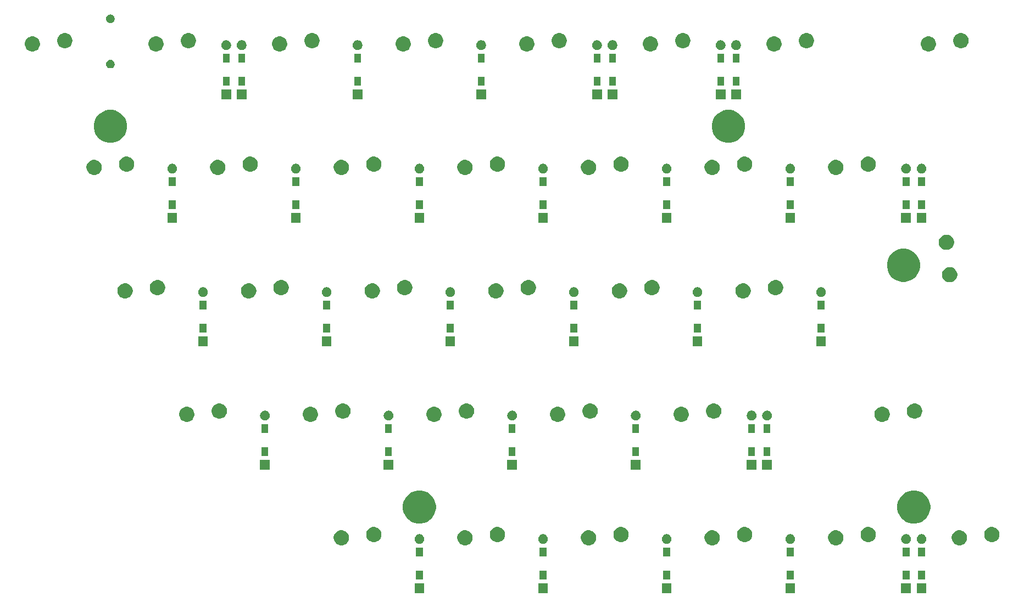
<source format=gbs>
G04 #@! TF.GenerationSoftware,KiCad,Pcbnew,(5.1.2-1)-1*
G04 #@! TF.CreationDate,2019-08-02T10:41:21+09:00*
G04 #@! TF.ProjectId,split-ask_right,73706c69-742d-4617-936b-5f7269676874,rev?*
G04 #@! TF.SameCoordinates,Original*
G04 #@! TF.FileFunction,Soldermask,Bot*
G04 #@! TF.FilePolarity,Negative*
%FSLAX46Y46*%
G04 Gerber Fmt 4.6, Leading zero omitted, Abs format (unit mm)*
G04 Created by KiCad (PCBNEW (5.1.2-1)-1) date 2019-08-02 10:41:21*
%MOMM*%
%LPD*%
G04 APERTURE LIST*
%ADD10C,0.100000*%
G04 APERTURE END LIST*
D10*
G36*
X282927500Y-114097500D02*
G01*
X281428500Y-114097500D01*
X281428500Y-112598500D01*
X282927500Y-112598500D01*
X282927500Y-114097500D01*
X282927500Y-114097500D01*
G37*
G36*
X280546500Y-114097500D02*
G01*
X279047500Y-114097500D01*
X279047500Y-112598500D01*
X280546500Y-112598500D01*
X280546500Y-114097500D01*
X280546500Y-114097500D01*
G37*
G36*
X262687500Y-114097500D02*
G01*
X261188500Y-114097500D01*
X261188500Y-112598500D01*
X262687500Y-112598500D01*
X262687500Y-114097500D01*
X262687500Y-114097500D01*
G37*
G36*
X243637500Y-114097500D02*
G01*
X242138500Y-114097500D01*
X242138500Y-112598500D01*
X243637500Y-112598500D01*
X243637500Y-114097500D01*
X243637500Y-114097500D01*
G37*
G36*
X224587500Y-114097500D02*
G01*
X223088500Y-114097500D01*
X223088500Y-112598500D01*
X224587500Y-112598500D01*
X224587500Y-114097500D01*
X224587500Y-114097500D01*
G37*
G36*
X205537500Y-114097500D02*
G01*
X204038500Y-114097500D01*
X204038500Y-112598500D01*
X205537500Y-112598500D01*
X205537500Y-114097500D01*
X205537500Y-114097500D01*
G37*
G36*
X282704000Y-112014000D02*
G01*
X281652000Y-112014000D01*
X281652000Y-110612000D01*
X282704000Y-110612000D01*
X282704000Y-112014000D01*
X282704000Y-112014000D01*
G37*
G36*
X280323000Y-112014000D02*
G01*
X279271000Y-112014000D01*
X279271000Y-110612000D01*
X280323000Y-110612000D01*
X280323000Y-112014000D01*
X280323000Y-112014000D01*
G37*
G36*
X262464000Y-112014000D02*
G01*
X261412000Y-112014000D01*
X261412000Y-110612000D01*
X262464000Y-110612000D01*
X262464000Y-112014000D01*
X262464000Y-112014000D01*
G37*
G36*
X243414000Y-112014000D02*
G01*
X242362000Y-112014000D01*
X242362000Y-110612000D01*
X243414000Y-110612000D01*
X243414000Y-112014000D01*
X243414000Y-112014000D01*
G37*
G36*
X224364000Y-112014000D02*
G01*
X223312000Y-112014000D01*
X223312000Y-110612000D01*
X224364000Y-110612000D01*
X224364000Y-112014000D01*
X224364000Y-112014000D01*
G37*
G36*
X205314000Y-112014000D02*
G01*
X204262000Y-112014000D01*
X204262000Y-110612000D01*
X205314000Y-110612000D01*
X205314000Y-112014000D01*
X205314000Y-112014000D01*
G37*
G36*
X205314000Y-108464000D02*
G01*
X204262000Y-108464000D01*
X204262000Y-107062000D01*
X205314000Y-107062000D01*
X205314000Y-108464000D01*
X205314000Y-108464000D01*
G37*
G36*
X282704000Y-108464000D02*
G01*
X281652000Y-108464000D01*
X281652000Y-107062000D01*
X282704000Y-107062000D01*
X282704000Y-108464000D01*
X282704000Y-108464000D01*
G37*
G36*
X280323000Y-108464000D02*
G01*
X279271000Y-108464000D01*
X279271000Y-107062000D01*
X280323000Y-107062000D01*
X280323000Y-108464000D01*
X280323000Y-108464000D01*
G37*
G36*
X262464000Y-108464000D02*
G01*
X261412000Y-108464000D01*
X261412000Y-107062000D01*
X262464000Y-107062000D01*
X262464000Y-108464000D01*
X262464000Y-108464000D01*
G37*
G36*
X243414000Y-108464000D02*
G01*
X242362000Y-108464000D01*
X242362000Y-107062000D01*
X243414000Y-107062000D01*
X243414000Y-108464000D01*
X243414000Y-108464000D01*
G37*
G36*
X224364000Y-108464000D02*
G01*
X223312000Y-108464000D01*
X223312000Y-107062000D01*
X224364000Y-107062000D01*
X224364000Y-108464000D01*
X224364000Y-108464000D01*
G37*
G36*
X192953560Y-104377064D02*
G01*
X193105027Y-104407193D01*
X193319045Y-104495842D01*
X193319046Y-104495843D01*
X193511654Y-104624539D01*
X193675461Y-104788346D01*
X193761258Y-104916751D01*
X193804158Y-104980955D01*
X193892807Y-105194973D01*
X193892807Y-105194975D01*
X193938000Y-105422173D01*
X193938000Y-105653827D01*
X193922936Y-105729560D01*
X193892807Y-105881027D01*
X193804158Y-106095045D01*
X193804157Y-106095046D01*
X193675461Y-106287654D01*
X193511654Y-106451461D01*
X193383249Y-106537258D01*
X193319045Y-106580158D01*
X193105027Y-106668807D01*
X192953560Y-106698936D01*
X192877827Y-106714000D01*
X192646173Y-106714000D01*
X192570440Y-106698936D01*
X192418973Y-106668807D01*
X192204955Y-106580158D01*
X192140751Y-106537258D01*
X192012346Y-106451461D01*
X191848539Y-106287654D01*
X191719843Y-106095046D01*
X191719842Y-106095045D01*
X191631193Y-105881027D01*
X191601064Y-105729560D01*
X191586000Y-105653827D01*
X191586000Y-105422173D01*
X191631193Y-105194975D01*
X191631193Y-105194973D01*
X191719842Y-104980955D01*
X191762742Y-104916751D01*
X191848539Y-104788346D01*
X192012346Y-104624539D01*
X192204954Y-104495843D01*
X192204955Y-104495842D01*
X192418973Y-104407193D01*
X192570440Y-104377064D01*
X192646173Y-104362000D01*
X192877827Y-104362000D01*
X192953560Y-104377064D01*
X192953560Y-104377064D01*
G37*
G36*
X212003560Y-104377064D02*
G01*
X212155027Y-104407193D01*
X212369045Y-104495842D01*
X212369046Y-104495843D01*
X212561654Y-104624539D01*
X212725461Y-104788346D01*
X212811258Y-104916751D01*
X212854158Y-104980955D01*
X212942807Y-105194973D01*
X212942807Y-105194975D01*
X212988000Y-105422173D01*
X212988000Y-105653827D01*
X212972936Y-105729560D01*
X212942807Y-105881027D01*
X212854158Y-106095045D01*
X212854157Y-106095046D01*
X212725461Y-106287654D01*
X212561654Y-106451461D01*
X212433249Y-106537258D01*
X212369045Y-106580158D01*
X212155027Y-106668807D01*
X212003560Y-106698936D01*
X211927827Y-106714000D01*
X211696173Y-106714000D01*
X211620440Y-106698936D01*
X211468973Y-106668807D01*
X211254955Y-106580158D01*
X211190751Y-106537258D01*
X211062346Y-106451461D01*
X210898539Y-106287654D01*
X210769843Y-106095046D01*
X210769842Y-106095045D01*
X210681193Y-105881027D01*
X210651064Y-105729560D01*
X210636000Y-105653827D01*
X210636000Y-105422173D01*
X210681193Y-105194975D01*
X210681193Y-105194973D01*
X210769842Y-104980955D01*
X210812742Y-104916751D01*
X210898539Y-104788346D01*
X211062346Y-104624539D01*
X211254954Y-104495843D01*
X211254955Y-104495842D01*
X211468973Y-104407193D01*
X211620440Y-104377064D01*
X211696173Y-104362000D01*
X211927827Y-104362000D01*
X212003560Y-104377064D01*
X212003560Y-104377064D01*
G37*
G36*
X231053560Y-104377064D02*
G01*
X231205027Y-104407193D01*
X231419045Y-104495842D01*
X231419046Y-104495843D01*
X231611654Y-104624539D01*
X231775461Y-104788346D01*
X231861258Y-104916751D01*
X231904158Y-104980955D01*
X231992807Y-105194973D01*
X231992807Y-105194975D01*
X232038000Y-105422173D01*
X232038000Y-105653827D01*
X232022936Y-105729560D01*
X231992807Y-105881027D01*
X231904158Y-106095045D01*
X231904157Y-106095046D01*
X231775461Y-106287654D01*
X231611654Y-106451461D01*
X231483249Y-106537258D01*
X231419045Y-106580158D01*
X231205027Y-106668807D01*
X231053560Y-106698936D01*
X230977827Y-106714000D01*
X230746173Y-106714000D01*
X230670440Y-106698936D01*
X230518973Y-106668807D01*
X230304955Y-106580158D01*
X230240751Y-106537258D01*
X230112346Y-106451461D01*
X229948539Y-106287654D01*
X229819843Y-106095046D01*
X229819842Y-106095045D01*
X229731193Y-105881027D01*
X229701064Y-105729560D01*
X229686000Y-105653827D01*
X229686000Y-105422173D01*
X229731193Y-105194975D01*
X229731193Y-105194973D01*
X229819842Y-104980955D01*
X229862742Y-104916751D01*
X229948539Y-104788346D01*
X230112346Y-104624539D01*
X230304954Y-104495843D01*
X230304955Y-104495842D01*
X230518973Y-104407193D01*
X230670440Y-104377064D01*
X230746173Y-104362000D01*
X230977827Y-104362000D01*
X231053560Y-104377064D01*
X231053560Y-104377064D01*
G37*
G36*
X288203560Y-104377064D02*
G01*
X288355027Y-104407193D01*
X288569045Y-104495842D01*
X288569046Y-104495843D01*
X288761654Y-104624539D01*
X288925461Y-104788346D01*
X289011258Y-104916751D01*
X289054158Y-104980955D01*
X289142807Y-105194973D01*
X289142807Y-105194975D01*
X289188000Y-105422173D01*
X289188000Y-105653827D01*
X289172936Y-105729560D01*
X289142807Y-105881027D01*
X289054158Y-106095045D01*
X289054157Y-106095046D01*
X288925461Y-106287654D01*
X288761654Y-106451461D01*
X288633249Y-106537258D01*
X288569045Y-106580158D01*
X288355027Y-106668807D01*
X288203560Y-106698936D01*
X288127827Y-106714000D01*
X287896173Y-106714000D01*
X287820440Y-106698936D01*
X287668973Y-106668807D01*
X287454955Y-106580158D01*
X287390751Y-106537258D01*
X287262346Y-106451461D01*
X287098539Y-106287654D01*
X286969843Y-106095046D01*
X286969842Y-106095045D01*
X286881193Y-105881027D01*
X286851064Y-105729560D01*
X286836000Y-105653827D01*
X286836000Y-105422173D01*
X286881193Y-105194975D01*
X286881193Y-105194973D01*
X286969842Y-104980955D01*
X287012742Y-104916751D01*
X287098539Y-104788346D01*
X287262346Y-104624539D01*
X287454954Y-104495843D01*
X287454955Y-104495842D01*
X287668973Y-104407193D01*
X287820440Y-104377064D01*
X287896173Y-104362000D01*
X288127827Y-104362000D01*
X288203560Y-104377064D01*
X288203560Y-104377064D01*
G37*
G36*
X269153560Y-104377064D02*
G01*
X269305027Y-104407193D01*
X269519045Y-104495842D01*
X269519046Y-104495843D01*
X269711654Y-104624539D01*
X269875461Y-104788346D01*
X269961258Y-104916751D01*
X270004158Y-104980955D01*
X270092807Y-105194973D01*
X270092807Y-105194975D01*
X270138000Y-105422173D01*
X270138000Y-105653827D01*
X270122936Y-105729560D01*
X270092807Y-105881027D01*
X270004158Y-106095045D01*
X270004157Y-106095046D01*
X269875461Y-106287654D01*
X269711654Y-106451461D01*
X269583249Y-106537258D01*
X269519045Y-106580158D01*
X269305027Y-106668807D01*
X269153560Y-106698936D01*
X269077827Y-106714000D01*
X268846173Y-106714000D01*
X268770440Y-106698936D01*
X268618973Y-106668807D01*
X268404955Y-106580158D01*
X268340751Y-106537258D01*
X268212346Y-106451461D01*
X268048539Y-106287654D01*
X267919843Y-106095046D01*
X267919842Y-106095045D01*
X267831193Y-105881027D01*
X267801064Y-105729560D01*
X267786000Y-105653827D01*
X267786000Y-105422173D01*
X267831193Y-105194975D01*
X267831193Y-105194973D01*
X267919842Y-104980955D01*
X267962742Y-104916751D01*
X268048539Y-104788346D01*
X268212346Y-104624539D01*
X268404954Y-104495843D01*
X268404955Y-104495842D01*
X268618973Y-104407193D01*
X268770440Y-104377064D01*
X268846173Y-104362000D01*
X269077827Y-104362000D01*
X269153560Y-104377064D01*
X269153560Y-104377064D01*
G37*
G36*
X250103560Y-104377064D02*
G01*
X250255027Y-104407193D01*
X250469045Y-104495842D01*
X250469046Y-104495843D01*
X250661654Y-104624539D01*
X250825461Y-104788346D01*
X250911258Y-104916751D01*
X250954158Y-104980955D01*
X251042807Y-105194973D01*
X251042807Y-105194975D01*
X251088000Y-105422173D01*
X251088000Y-105653827D01*
X251072936Y-105729560D01*
X251042807Y-105881027D01*
X250954158Y-106095045D01*
X250954157Y-106095046D01*
X250825461Y-106287654D01*
X250661654Y-106451461D01*
X250533249Y-106537258D01*
X250469045Y-106580158D01*
X250255027Y-106668807D01*
X250103560Y-106698936D01*
X250027827Y-106714000D01*
X249796173Y-106714000D01*
X249720440Y-106698936D01*
X249568973Y-106668807D01*
X249354955Y-106580158D01*
X249290751Y-106537258D01*
X249162346Y-106451461D01*
X248998539Y-106287654D01*
X248869843Y-106095046D01*
X248869842Y-106095045D01*
X248781193Y-105881027D01*
X248751064Y-105729560D01*
X248736000Y-105653827D01*
X248736000Y-105422173D01*
X248781193Y-105194975D01*
X248781193Y-105194973D01*
X248869842Y-104980955D01*
X248912742Y-104916751D01*
X248998539Y-104788346D01*
X249162346Y-104624539D01*
X249354954Y-104495843D01*
X249354955Y-104495842D01*
X249568973Y-104407193D01*
X249720440Y-104377064D01*
X249796173Y-104362000D01*
X250027827Y-104362000D01*
X250103560Y-104377064D01*
X250103560Y-104377064D01*
G37*
G36*
X282264162Y-104980955D02*
G01*
X282396621Y-105007302D01*
X282533022Y-105063801D01*
X282655779Y-105145825D01*
X282760175Y-105250221D01*
X282842199Y-105372978D01*
X282898698Y-105509379D01*
X282923401Y-105633575D01*
X282927430Y-105653826D01*
X282927500Y-105654181D01*
X282927500Y-105801819D01*
X282898698Y-105946621D01*
X282842199Y-106083022D01*
X282760175Y-106205779D01*
X282655779Y-106310175D01*
X282533022Y-106392199D01*
X282396621Y-106448698D01*
X282272425Y-106473401D01*
X282251820Y-106477500D01*
X282104180Y-106477500D01*
X282083575Y-106473401D01*
X281959379Y-106448698D01*
X281822978Y-106392199D01*
X281700221Y-106310175D01*
X281595825Y-106205779D01*
X281513801Y-106083022D01*
X281457302Y-105946621D01*
X281428500Y-105801819D01*
X281428500Y-105654181D01*
X281428571Y-105653826D01*
X281432599Y-105633575D01*
X281457302Y-105509379D01*
X281513801Y-105372978D01*
X281595825Y-105250221D01*
X281700221Y-105145825D01*
X281822978Y-105063801D01*
X281959379Y-105007302D01*
X282091838Y-104980955D01*
X282104180Y-104978500D01*
X282251820Y-104978500D01*
X282264162Y-104980955D01*
X282264162Y-104980955D01*
G37*
G36*
X279883162Y-104980955D02*
G01*
X280015621Y-105007302D01*
X280152022Y-105063801D01*
X280274779Y-105145825D01*
X280379175Y-105250221D01*
X280461199Y-105372978D01*
X280517698Y-105509379D01*
X280542401Y-105633575D01*
X280546430Y-105653826D01*
X280546500Y-105654181D01*
X280546500Y-105801819D01*
X280517698Y-105946621D01*
X280461199Y-106083022D01*
X280379175Y-106205779D01*
X280274779Y-106310175D01*
X280152022Y-106392199D01*
X280015621Y-106448698D01*
X279891425Y-106473401D01*
X279870820Y-106477500D01*
X279723180Y-106477500D01*
X279702575Y-106473401D01*
X279578379Y-106448698D01*
X279441978Y-106392199D01*
X279319221Y-106310175D01*
X279214825Y-106205779D01*
X279132801Y-106083022D01*
X279076302Y-105946621D01*
X279047500Y-105801819D01*
X279047500Y-105654181D01*
X279047571Y-105653826D01*
X279051599Y-105633575D01*
X279076302Y-105509379D01*
X279132801Y-105372978D01*
X279214825Y-105250221D01*
X279319221Y-105145825D01*
X279441978Y-105063801D01*
X279578379Y-105007302D01*
X279710838Y-104980955D01*
X279723180Y-104978500D01*
X279870820Y-104978500D01*
X279883162Y-104980955D01*
X279883162Y-104980955D01*
G37*
G36*
X262024162Y-104980955D02*
G01*
X262156621Y-105007302D01*
X262293022Y-105063801D01*
X262415779Y-105145825D01*
X262520175Y-105250221D01*
X262602199Y-105372978D01*
X262658698Y-105509379D01*
X262683401Y-105633575D01*
X262687430Y-105653826D01*
X262687500Y-105654181D01*
X262687500Y-105801819D01*
X262658698Y-105946621D01*
X262602199Y-106083022D01*
X262520175Y-106205779D01*
X262415779Y-106310175D01*
X262293022Y-106392199D01*
X262156621Y-106448698D01*
X262032425Y-106473401D01*
X262011820Y-106477500D01*
X261864180Y-106477500D01*
X261843575Y-106473401D01*
X261719379Y-106448698D01*
X261582978Y-106392199D01*
X261460221Y-106310175D01*
X261355825Y-106205779D01*
X261273801Y-106083022D01*
X261217302Y-105946621D01*
X261188500Y-105801819D01*
X261188500Y-105654181D01*
X261188571Y-105653826D01*
X261192599Y-105633575D01*
X261217302Y-105509379D01*
X261273801Y-105372978D01*
X261355825Y-105250221D01*
X261460221Y-105145825D01*
X261582978Y-105063801D01*
X261719379Y-105007302D01*
X261851838Y-104980955D01*
X261864180Y-104978500D01*
X262011820Y-104978500D01*
X262024162Y-104980955D01*
X262024162Y-104980955D01*
G37*
G36*
X242974162Y-104980955D02*
G01*
X243106621Y-105007302D01*
X243243022Y-105063801D01*
X243365779Y-105145825D01*
X243470175Y-105250221D01*
X243552199Y-105372978D01*
X243608698Y-105509379D01*
X243633401Y-105633575D01*
X243637430Y-105653826D01*
X243637500Y-105654181D01*
X243637500Y-105801819D01*
X243608698Y-105946621D01*
X243552199Y-106083022D01*
X243470175Y-106205779D01*
X243365779Y-106310175D01*
X243243022Y-106392199D01*
X243106621Y-106448698D01*
X242982425Y-106473401D01*
X242961820Y-106477500D01*
X242814180Y-106477500D01*
X242793575Y-106473401D01*
X242669379Y-106448698D01*
X242532978Y-106392199D01*
X242410221Y-106310175D01*
X242305825Y-106205779D01*
X242223801Y-106083022D01*
X242167302Y-105946621D01*
X242138500Y-105801819D01*
X242138500Y-105654181D01*
X242138571Y-105653826D01*
X242142599Y-105633575D01*
X242167302Y-105509379D01*
X242223801Y-105372978D01*
X242305825Y-105250221D01*
X242410221Y-105145825D01*
X242532978Y-105063801D01*
X242669379Y-105007302D01*
X242801838Y-104980955D01*
X242814180Y-104978500D01*
X242961820Y-104978500D01*
X242974162Y-104980955D01*
X242974162Y-104980955D01*
G37*
G36*
X204874162Y-104980955D02*
G01*
X205006621Y-105007302D01*
X205143022Y-105063801D01*
X205265779Y-105145825D01*
X205370175Y-105250221D01*
X205452199Y-105372978D01*
X205508698Y-105509379D01*
X205533401Y-105633575D01*
X205537430Y-105653826D01*
X205537500Y-105654181D01*
X205537500Y-105801819D01*
X205508698Y-105946621D01*
X205452199Y-106083022D01*
X205370175Y-106205779D01*
X205265779Y-106310175D01*
X205143022Y-106392199D01*
X205006621Y-106448698D01*
X204882425Y-106473401D01*
X204861820Y-106477500D01*
X204714180Y-106477500D01*
X204693575Y-106473401D01*
X204569379Y-106448698D01*
X204432978Y-106392199D01*
X204310221Y-106310175D01*
X204205825Y-106205779D01*
X204123801Y-106083022D01*
X204067302Y-105946621D01*
X204038500Y-105801819D01*
X204038500Y-105654181D01*
X204038571Y-105653826D01*
X204042599Y-105633575D01*
X204067302Y-105509379D01*
X204123801Y-105372978D01*
X204205825Y-105250221D01*
X204310221Y-105145825D01*
X204432978Y-105063801D01*
X204569379Y-105007302D01*
X204701838Y-104980955D01*
X204714180Y-104978500D01*
X204861820Y-104978500D01*
X204874162Y-104980955D01*
X204874162Y-104980955D01*
G37*
G36*
X223924162Y-104980955D02*
G01*
X224056621Y-105007302D01*
X224193022Y-105063801D01*
X224315779Y-105145825D01*
X224420175Y-105250221D01*
X224502199Y-105372978D01*
X224558698Y-105509379D01*
X224583401Y-105633575D01*
X224587430Y-105653826D01*
X224587500Y-105654181D01*
X224587500Y-105801819D01*
X224558698Y-105946621D01*
X224502199Y-106083022D01*
X224420175Y-106205779D01*
X224315779Y-106310175D01*
X224193022Y-106392199D01*
X224056621Y-106448698D01*
X223932425Y-106473401D01*
X223911820Y-106477500D01*
X223764180Y-106477500D01*
X223743575Y-106473401D01*
X223619379Y-106448698D01*
X223482978Y-106392199D01*
X223360221Y-106310175D01*
X223255825Y-106205779D01*
X223173801Y-106083022D01*
X223117302Y-105946621D01*
X223088500Y-105801819D01*
X223088500Y-105654181D01*
X223088571Y-105653826D01*
X223092599Y-105633575D01*
X223117302Y-105509379D01*
X223173801Y-105372978D01*
X223255825Y-105250221D01*
X223360221Y-105145825D01*
X223482978Y-105063801D01*
X223619379Y-105007302D01*
X223751838Y-104980955D01*
X223764180Y-104978500D01*
X223911820Y-104978500D01*
X223924162Y-104980955D01*
X223924162Y-104980955D01*
G37*
G36*
X293203560Y-103877064D02*
G01*
X293355027Y-103907193D01*
X293569045Y-103995842D01*
X293569046Y-103995843D01*
X293761654Y-104124539D01*
X293925461Y-104288346D01*
X293974675Y-104362000D01*
X294054158Y-104480955D01*
X294142807Y-104694973D01*
X294188000Y-104922174D01*
X294188000Y-105153826D01*
X294142807Y-105381027D01*
X294054158Y-105595045D01*
X294054157Y-105595046D01*
X293925461Y-105787654D01*
X293761654Y-105951461D01*
X293633249Y-106037258D01*
X293569045Y-106080158D01*
X293355027Y-106168807D01*
X293203560Y-106198936D01*
X293127827Y-106214000D01*
X292896173Y-106214000D01*
X292820440Y-106198936D01*
X292668973Y-106168807D01*
X292454955Y-106080158D01*
X292390751Y-106037258D01*
X292262346Y-105951461D01*
X292098539Y-105787654D01*
X291969843Y-105595046D01*
X291969842Y-105595045D01*
X291881193Y-105381027D01*
X291836000Y-105153826D01*
X291836000Y-104922174D01*
X291881193Y-104694973D01*
X291969842Y-104480955D01*
X292049325Y-104362000D01*
X292098539Y-104288346D01*
X292262346Y-104124539D01*
X292454954Y-103995843D01*
X292454955Y-103995842D01*
X292668973Y-103907193D01*
X292820440Y-103877064D01*
X292896173Y-103862000D01*
X293127827Y-103862000D01*
X293203560Y-103877064D01*
X293203560Y-103877064D01*
G37*
G36*
X274153560Y-103877064D02*
G01*
X274305027Y-103907193D01*
X274519045Y-103995842D01*
X274519046Y-103995843D01*
X274711654Y-104124539D01*
X274875461Y-104288346D01*
X274924675Y-104362000D01*
X275004158Y-104480955D01*
X275092807Y-104694973D01*
X275138000Y-104922174D01*
X275138000Y-105153826D01*
X275092807Y-105381027D01*
X275004158Y-105595045D01*
X275004157Y-105595046D01*
X274875461Y-105787654D01*
X274711654Y-105951461D01*
X274583249Y-106037258D01*
X274519045Y-106080158D01*
X274305027Y-106168807D01*
X274153560Y-106198936D01*
X274077827Y-106214000D01*
X273846173Y-106214000D01*
X273770440Y-106198936D01*
X273618973Y-106168807D01*
X273404955Y-106080158D01*
X273340751Y-106037258D01*
X273212346Y-105951461D01*
X273048539Y-105787654D01*
X272919843Y-105595046D01*
X272919842Y-105595045D01*
X272831193Y-105381027D01*
X272786000Y-105153826D01*
X272786000Y-104922174D01*
X272831193Y-104694973D01*
X272919842Y-104480955D01*
X272999325Y-104362000D01*
X273048539Y-104288346D01*
X273212346Y-104124539D01*
X273404954Y-103995843D01*
X273404955Y-103995842D01*
X273618973Y-103907193D01*
X273770440Y-103877064D01*
X273846173Y-103862000D01*
X274077827Y-103862000D01*
X274153560Y-103877064D01*
X274153560Y-103877064D01*
G37*
G36*
X255103560Y-103877064D02*
G01*
X255255027Y-103907193D01*
X255469045Y-103995842D01*
X255469046Y-103995843D01*
X255661654Y-104124539D01*
X255825461Y-104288346D01*
X255874675Y-104362000D01*
X255954158Y-104480955D01*
X256042807Y-104694973D01*
X256088000Y-104922174D01*
X256088000Y-105153826D01*
X256042807Y-105381027D01*
X255954158Y-105595045D01*
X255954157Y-105595046D01*
X255825461Y-105787654D01*
X255661654Y-105951461D01*
X255533249Y-106037258D01*
X255469045Y-106080158D01*
X255255027Y-106168807D01*
X255103560Y-106198936D01*
X255027827Y-106214000D01*
X254796173Y-106214000D01*
X254720440Y-106198936D01*
X254568973Y-106168807D01*
X254354955Y-106080158D01*
X254290751Y-106037258D01*
X254162346Y-105951461D01*
X253998539Y-105787654D01*
X253869843Y-105595046D01*
X253869842Y-105595045D01*
X253781193Y-105381027D01*
X253736000Y-105153826D01*
X253736000Y-104922174D01*
X253781193Y-104694973D01*
X253869842Y-104480955D01*
X253949325Y-104362000D01*
X253998539Y-104288346D01*
X254162346Y-104124539D01*
X254354954Y-103995843D01*
X254354955Y-103995842D01*
X254568973Y-103907193D01*
X254720440Y-103877064D01*
X254796173Y-103862000D01*
X255027827Y-103862000D01*
X255103560Y-103877064D01*
X255103560Y-103877064D01*
G37*
G36*
X236053560Y-103877064D02*
G01*
X236205027Y-103907193D01*
X236419045Y-103995842D01*
X236419046Y-103995843D01*
X236611654Y-104124539D01*
X236775461Y-104288346D01*
X236824675Y-104362000D01*
X236904158Y-104480955D01*
X236992807Y-104694973D01*
X237038000Y-104922174D01*
X237038000Y-105153826D01*
X236992807Y-105381027D01*
X236904158Y-105595045D01*
X236904157Y-105595046D01*
X236775461Y-105787654D01*
X236611654Y-105951461D01*
X236483249Y-106037258D01*
X236419045Y-106080158D01*
X236205027Y-106168807D01*
X236053560Y-106198936D01*
X235977827Y-106214000D01*
X235746173Y-106214000D01*
X235670440Y-106198936D01*
X235518973Y-106168807D01*
X235304955Y-106080158D01*
X235240751Y-106037258D01*
X235112346Y-105951461D01*
X234948539Y-105787654D01*
X234819843Y-105595046D01*
X234819842Y-105595045D01*
X234731193Y-105381027D01*
X234686000Y-105153826D01*
X234686000Y-104922174D01*
X234731193Y-104694973D01*
X234819842Y-104480955D01*
X234899325Y-104362000D01*
X234948539Y-104288346D01*
X235112346Y-104124539D01*
X235304954Y-103995843D01*
X235304955Y-103995842D01*
X235518973Y-103907193D01*
X235670440Y-103877064D01*
X235746173Y-103862000D01*
X235977827Y-103862000D01*
X236053560Y-103877064D01*
X236053560Y-103877064D01*
G37*
G36*
X217003560Y-103877064D02*
G01*
X217155027Y-103907193D01*
X217369045Y-103995842D01*
X217369046Y-103995843D01*
X217561654Y-104124539D01*
X217725461Y-104288346D01*
X217774675Y-104362000D01*
X217854158Y-104480955D01*
X217942807Y-104694973D01*
X217988000Y-104922174D01*
X217988000Y-105153826D01*
X217942807Y-105381027D01*
X217854158Y-105595045D01*
X217854157Y-105595046D01*
X217725461Y-105787654D01*
X217561654Y-105951461D01*
X217433249Y-106037258D01*
X217369045Y-106080158D01*
X217155027Y-106168807D01*
X217003560Y-106198936D01*
X216927827Y-106214000D01*
X216696173Y-106214000D01*
X216620440Y-106198936D01*
X216468973Y-106168807D01*
X216254955Y-106080158D01*
X216190751Y-106037258D01*
X216062346Y-105951461D01*
X215898539Y-105787654D01*
X215769843Y-105595046D01*
X215769842Y-105595045D01*
X215681193Y-105381027D01*
X215636000Y-105153826D01*
X215636000Y-104922174D01*
X215681193Y-104694973D01*
X215769842Y-104480955D01*
X215849325Y-104362000D01*
X215898539Y-104288346D01*
X216062346Y-104124539D01*
X216254954Y-103995843D01*
X216254955Y-103995842D01*
X216468973Y-103907193D01*
X216620440Y-103877064D01*
X216696173Y-103862000D01*
X216927827Y-103862000D01*
X217003560Y-103877064D01*
X217003560Y-103877064D01*
G37*
G36*
X197953560Y-103877064D02*
G01*
X198105027Y-103907193D01*
X198319045Y-103995842D01*
X198319046Y-103995843D01*
X198511654Y-104124539D01*
X198675461Y-104288346D01*
X198724675Y-104362000D01*
X198804158Y-104480955D01*
X198892807Y-104694973D01*
X198938000Y-104922174D01*
X198938000Y-105153826D01*
X198892807Y-105381027D01*
X198804158Y-105595045D01*
X198804157Y-105595046D01*
X198675461Y-105787654D01*
X198511654Y-105951461D01*
X198383249Y-106037258D01*
X198319045Y-106080158D01*
X198105027Y-106168807D01*
X197953560Y-106198936D01*
X197877827Y-106214000D01*
X197646173Y-106214000D01*
X197570440Y-106198936D01*
X197418973Y-106168807D01*
X197204955Y-106080158D01*
X197140751Y-106037258D01*
X197012346Y-105951461D01*
X196848539Y-105787654D01*
X196719843Y-105595046D01*
X196719842Y-105595045D01*
X196631193Y-105381027D01*
X196586000Y-105153826D01*
X196586000Y-104922174D01*
X196631193Y-104694973D01*
X196719842Y-104480955D01*
X196799325Y-104362000D01*
X196848539Y-104288346D01*
X197012346Y-104124539D01*
X197204954Y-103995843D01*
X197204955Y-103995842D01*
X197418973Y-103907193D01*
X197570440Y-103877064D01*
X197646173Y-103862000D01*
X197877827Y-103862000D01*
X197953560Y-103877064D01*
X197953560Y-103877064D01*
G37*
G36*
X205532098Y-98353033D02*
G01*
X205996350Y-98545332D01*
X205996352Y-98545333D01*
X206414168Y-98824509D01*
X206769491Y-99179832D01*
X207048667Y-99597648D01*
X207048668Y-99597650D01*
X207240967Y-100061902D01*
X207339000Y-100554747D01*
X207339000Y-101057253D01*
X207240967Y-101550098D01*
X207048668Y-102014350D01*
X207048667Y-102014352D01*
X206769491Y-102432168D01*
X206414168Y-102787491D01*
X205996352Y-103066667D01*
X205996351Y-103066668D01*
X205996350Y-103066668D01*
X205532098Y-103258967D01*
X205039253Y-103357000D01*
X204536747Y-103357000D01*
X204043902Y-103258967D01*
X203579650Y-103066668D01*
X203579649Y-103066668D01*
X203579648Y-103066667D01*
X203161832Y-102787491D01*
X202806509Y-102432168D01*
X202527333Y-102014352D01*
X202527332Y-102014350D01*
X202335033Y-101550098D01*
X202237000Y-101057253D01*
X202237000Y-100554747D01*
X202335033Y-100061902D01*
X202527332Y-99597650D01*
X202527333Y-99597648D01*
X202806509Y-99179832D01*
X203161832Y-98824509D01*
X203579648Y-98545333D01*
X203579650Y-98545332D01*
X204043902Y-98353033D01*
X204536747Y-98255000D01*
X205039253Y-98255000D01*
X205532098Y-98353033D01*
X205532098Y-98353033D01*
G37*
G36*
X281732098Y-98353033D02*
G01*
X282196350Y-98545332D01*
X282196352Y-98545333D01*
X282614168Y-98824509D01*
X282969491Y-99179832D01*
X283248667Y-99597648D01*
X283248668Y-99597650D01*
X283440967Y-100061902D01*
X283539000Y-100554747D01*
X283539000Y-101057253D01*
X283440967Y-101550098D01*
X283248668Y-102014350D01*
X283248667Y-102014352D01*
X282969491Y-102432168D01*
X282614168Y-102787491D01*
X282196352Y-103066667D01*
X282196351Y-103066668D01*
X282196350Y-103066668D01*
X281732098Y-103258967D01*
X281239253Y-103357000D01*
X280736747Y-103357000D01*
X280243902Y-103258967D01*
X279779650Y-103066668D01*
X279779649Y-103066668D01*
X279779648Y-103066667D01*
X279361832Y-102787491D01*
X279006509Y-102432168D01*
X278727333Y-102014352D01*
X278727332Y-102014350D01*
X278535033Y-101550098D01*
X278437000Y-101057253D01*
X278437000Y-100554747D01*
X278535033Y-100061902D01*
X278727332Y-99597650D01*
X278727333Y-99597648D01*
X279006509Y-99179832D01*
X279361832Y-98824509D01*
X279779648Y-98545333D01*
X279779650Y-98545332D01*
X280243902Y-98353033D01*
X280736747Y-98255000D01*
X281239253Y-98255000D01*
X281732098Y-98353033D01*
X281732098Y-98353033D01*
G37*
G36*
X181724500Y-95047000D02*
G01*
X180225500Y-95047000D01*
X180225500Y-93548000D01*
X181724500Y-93548000D01*
X181724500Y-95047000D01*
X181724500Y-95047000D01*
G37*
G36*
X200774500Y-95047000D02*
G01*
X199275500Y-95047000D01*
X199275500Y-93548000D01*
X200774500Y-93548000D01*
X200774500Y-95047000D01*
X200774500Y-95047000D01*
G37*
G36*
X219824500Y-95047000D02*
G01*
X218325500Y-95047000D01*
X218325500Y-93548000D01*
X219824500Y-93548000D01*
X219824500Y-95047000D01*
X219824500Y-95047000D01*
G37*
G36*
X238874500Y-95047000D02*
G01*
X237375500Y-95047000D01*
X237375500Y-93548000D01*
X238874500Y-93548000D01*
X238874500Y-95047000D01*
X238874500Y-95047000D01*
G37*
G36*
X256733500Y-95047000D02*
G01*
X255234500Y-95047000D01*
X255234500Y-93548000D01*
X256733500Y-93548000D01*
X256733500Y-95047000D01*
X256733500Y-95047000D01*
G37*
G36*
X259115500Y-95047000D02*
G01*
X257616500Y-95047000D01*
X257616500Y-93548000D01*
X259115500Y-93548000D01*
X259115500Y-95047000D01*
X259115500Y-95047000D01*
G37*
G36*
X200551000Y-92963500D02*
G01*
X199499000Y-92963500D01*
X199499000Y-91561500D01*
X200551000Y-91561500D01*
X200551000Y-92963500D01*
X200551000Y-92963500D01*
G37*
G36*
X219601000Y-92963500D02*
G01*
X218549000Y-92963500D01*
X218549000Y-91561500D01*
X219601000Y-91561500D01*
X219601000Y-92963500D01*
X219601000Y-92963500D01*
G37*
G36*
X238651000Y-92963500D02*
G01*
X237599000Y-92963500D01*
X237599000Y-91561500D01*
X238651000Y-91561500D01*
X238651000Y-92963500D01*
X238651000Y-92963500D01*
G37*
G36*
X256510000Y-92963500D02*
G01*
X255458000Y-92963500D01*
X255458000Y-91561500D01*
X256510000Y-91561500D01*
X256510000Y-92963500D01*
X256510000Y-92963500D01*
G37*
G36*
X258892000Y-92963500D02*
G01*
X257840000Y-92963500D01*
X257840000Y-91561500D01*
X258892000Y-91561500D01*
X258892000Y-92963500D01*
X258892000Y-92963500D01*
G37*
G36*
X181501000Y-92963500D02*
G01*
X180449000Y-92963500D01*
X180449000Y-91561500D01*
X181501000Y-91561500D01*
X181501000Y-92963500D01*
X181501000Y-92963500D01*
G37*
G36*
X258892000Y-89413500D02*
G01*
X257840000Y-89413500D01*
X257840000Y-88011500D01*
X258892000Y-88011500D01*
X258892000Y-89413500D01*
X258892000Y-89413500D01*
G37*
G36*
X238651000Y-89413500D02*
G01*
X237599000Y-89413500D01*
X237599000Y-88011500D01*
X238651000Y-88011500D01*
X238651000Y-89413500D01*
X238651000Y-89413500D01*
G37*
G36*
X219601000Y-89413500D02*
G01*
X218549000Y-89413500D01*
X218549000Y-88011500D01*
X219601000Y-88011500D01*
X219601000Y-89413500D01*
X219601000Y-89413500D01*
G37*
G36*
X200551000Y-89413500D02*
G01*
X199499000Y-89413500D01*
X199499000Y-88011500D01*
X200551000Y-88011500D01*
X200551000Y-89413500D01*
X200551000Y-89413500D01*
G37*
G36*
X181501000Y-89413500D02*
G01*
X180449000Y-89413500D01*
X180449000Y-88011500D01*
X181501000Y-88011500D01*
X181501000Y-89413500D01*
X181501000Y-89413500D01*
G37*
G36*
X256510000Y-89413500D02*
G01*
X255458000Y-89413500D01*
X255458000Y-88011500D01*
X256510000Y-88011500D01*
X256510000Y-89413500D01*
X256510000Y-89413500D01*
G37*
G36*
X169141560Y-85326564D02*
G01*
X169293027Y-85356693D01*
X169507045Y-85445342D01*
X169507046Y-85445343D01*
X169699654Y-85574039D01*
X169863461Y-85737846D01*
X169949258Y-85866251D01*
X169992158Y-85930455D01*
X170080807Y-86144473D01*
X170080807Y-86144475D01*
X170126000Y-86371673D01*
X170126000Y-86603327D01*
X170110936Y-86679060D01*
X170080807Y-86830527D01*
X169992158Y-87044545D01*
X169992157Y-87044546D01*
X169863461Y-87237154D01*
X169699654Y-87400961D01*
X169571249Y-87486758D01*
X169507045Y-87529658D01*
X169293027Y-87618307D01*
X169141560Y-87648436D01*
X169065827Y-87663500D01*
X168834173Y-87663500D01*
X168758440Y-87648436D01*
X168606973Y-87618307D01*
X168392955Y-87529658D01*
X168328751Y-87486758D01*
X168200346Y-87400961D01*
X168036539Y-87237154D01*
X167907843Y-87044546D01*
X167907842Y-87044545D01*
X167819193Y-86830527D01*
X167789064Y-86679060D01*
X167774000Y-86603327D01*
X167774000Y-86371673D01*
X167819193Y-86144475D01*
X167819193Y-86144473D01*
X167907842Y-85930455D01*
X167950742Y-85866251D01*
X168036539Y-85737846D01*
X168200346Y-85574039D01*
X168392954Y-85445343D01*
X168392955Y-85445342D01*
X168606973Y-85356693D01*
X168758440Y-85326564D01*
X168834173Y-85311500D01*
X169065827Y-85311500D01*
X169141560Y-85326564D01*
X169141560Y-85326564D01*
G37*
G36*
X188191560Y-85326564D02*
G01*
X188343027Y-85356693D01*
X188557045Y-85445342D01*
X188557046Y-85445343D01*
X188749654Y-85574039D01*
X188913461Y-85737846D01*
X188999258Y-85866251D01*
X189042158Y-85930455D01*
X189130807Y-86144473D01*
X189130807Y-86144475D01*
X189176000Y-86371673D01*
X189176000Y-86603327D01*
X189160936Y-86679060D01*
X189130807Y-86830527D01*
X189042158Y-87044545D01*
X189042157Y-87044546D01*
X188913461Y-87237154D01*
X188749654Y-87400961D01*
X188621249Y-87486758D01*
X188557045Y-87529658D01*
X188343027Y-87618307D01*
X188191560Y-87648436D01*
X188115827Y-87663500D01*
X187884173Y-87663500D01*
X187808440Y-87648436D01*
X187656973Y-87618307D01*
X187442955Y-87529658D01*
X187378751Y-87486758D01*
X187250346Y-87400961D01*
X187086539Y-87237154D01*
X186957843Y-87044546D01*
X186957842Y-87044545D01*
X186869193Y-86830527D01*
X186839064Y-86679060D01*
X186824000Y-86603327D01*
X186824000Y-86371673D01*
X186869193Y-86144475D01*
X186869193Y-86144473D01*
X186957842Y-85930455D01*
X187000742Y-85866251D01*
X187086539Y-85737846D01*
X187250346Y-85574039D01*
X187442954Y-85445343D01*
X187442955Y-85445342D01*
X187656973Y-85356693D01*
X187808440Y-85326564D01*
X187884173Y-85311500D01*
X188115827Y-85311500D01*
X188191560Y-85326564D01*
X188191560Y-85326564D01*
G37*
G36*
X207241560Y-85326564D02*
G01*
X207393027Y-85356693D01*
X207607045Y-85445342D01*
X207607046Y-85445343D01*
X207799654Y-85574039D01*
X207963461Y-85737846D01*
X208049258Y-85866251D01*
X208092158Y-85930455D01*
X208180807Y-86144473D01*
X208180807Y-86144475D01*
X208226000Y-86371673D01*
X208226000Y-86603327D01*
X208210936Y-86679060D01*
X208180807Y-86830527D01*
X208092158Y-87044545D01*
X208092157Y-87044546D01*
X207963461Y-87237154D01*
X207799654Y-87400961D01*
X207671249Y-87486758D01*
X207607045Y-87529658D01*
X207393027Y-87618307D01*
X207241560Y-87648436D01*
X207165827Y-87663500D01*
X206934173Y-87663500D01*
X206858440Y-87648436D01*
X206706973Y-87618307D01*
X206492955Y-87529658D01*
X206428751Y-87486758D01*
X206300346Y-87400961D01*
X206136539Y-87237154D01*
X206007843Y-87044546D01*
X206007842Y-87044545D01*
X205919193Y-86830527D01*
X205889064Y-86679060D01*
X205874000Y-86603327D01*
X205874000Y-86371673D01*
X205919193Y-86144475D01*
X205919193Y-86144473D01*
X206007842Y-85930455D01*
X206050742Y-85866251D01*
X206136539Y-85737846D01*
X206300346Y-85574039D01*
X206492954Y-85445343D01*
X206492955Y-85445342D01*
X206706973Y-85356693D01*
X206858440Y-85326564D01*
X206934173Y-85311500D01*
X207165827Y-85311500D01*
X207241560Y-85326564D01*
X207241560Y-85326564D01*
G37*
G36*
X226291560Y-85326564D02*
G01*
X226443027Y-85356693D01*
X226657045Y-85445342D01*
X226657046Y-85445343D01*
X226849654Y-85574039D01*
X227013461Y-85737846D01*
X227099258Y-85866251D01*
X227142158Y-85930455D01*
X227230807Y-86144473D01*
X227230807Y-86144475D01*
X227276000Y-86371673D01*
X227276000Y-86603327D01*
X227260936Y-86679060D01*
X227230807Y-86830527D01*
X227142158Y-87044545D01*
X227142157Y-87044546D01*
X227013461Y-87237154D01*
X226849654Y-87400961D01*
X226721249Y-87486758D01*
X226657045Y-87529658D01*
X226443027Y-87618307D01*
X226291560Y-87648436D01*
X226215827Y-87663500D01*
X225984173Y-87663500D01*
X225908440Y-87648436D01*
X225756973Y-87618307D01*
X225542955Y-87529658D01*
X225478751Y-87486758D01*
X225350346Y-87400961D01*
X225186539Y-87237154D01*
X225057843Y-87044546D01*
X225057842Y-87044545D01*
X224969193Y-86830527D01*
X224939064Y-86679060D01*
X224924000Y-86603327D01*
X224924000Y-86371673D01*
X224969193Y-86144475D01*
X224969193Y-86144473D01*
X225057842Y-85930455D01*
X225100742Y-85866251D01*
X225186539Y-85737846D01*
X225350346Y-85574039D01*
X225542954Y-85445343D01*
X225542955Y-85445342D01*
X225756973Y-85356693D01*
X225908440Y-85326564D01*
X225984173Y-85311500D01*
X226215827Y-85311500D01*
X226291560Y-85326564D01*
X226291560Y-85326564D01*
G37*
G36*
X276297560Y-85326564D02*
G01*
X276449027Y-85356693D01*
X276663045Y-85445342D01*
X276663046Y-85445343D01*
X276855654Y-85574039D01*
X277019461Y-85737846D01*
X277105258Y-85866251D01*
X277148158Y-85930455D01*
X277236807Y-86144473D01*
X277236807Y-86144475D01*
X277282000Y-86371673D01*
X277282000Y-86603327D01*
X277266936Y-86679060D01*
X277236807Y-86830527D01*
X277148158Y-87044545D01*
X277148157Y-87044546D01*
X277019461Y-87237154D01*
X276855654Y-87400961D01*
X276727249Y-87486758D01*
X276663045Y-87529658D01*
X276449027Y-87618307D01*
X276297560Y-87648436D01*
X276221827Y-87663500D01*
X275990173Y-87663500D01*
X275914440Y-87648436D01*
X275762973Y-87618307D01*
X275548955Y-87529658D01*
X275484751Y-87486758D01*
X275356346Y-87400961D01*
X275192539Y-87237154D01*
X275063843Y-87044546D01*
X275063842Y-87044545D01*
X274975193Y-86830527D01*
X274945064Y-86679060D01*
X274930000Y-86603327D01*
X274930000Y-86371673D01*
X274975193Y-86144475D01*
X274975193Y-86144473D01*
X275063842Y-85930455D01*
X275106742Y-85866251D01*
X275192539Y-85737846D01*
X275356346Y-85574039D01*
X275548954Y-85445343D01*
X275548955Y-85445342D01*
X275762973Y-85356693D01*
X275914440Y-85326564D01*
X275990173Y-85311500D01*
X276221827Y-85311500D01*
X276297560Y-85326564D01*
X276297560Y-85326564D01*
G37*
G36*
X245341560Y-85326564D02*
G01*
X245493027Y-85356693D01*
X245707045Y-85445342D01*
X245707046Y-85445343D01*
X245899654Y-85574039D01*
X246063461Y-85737846D01*
X246149258Y-85866251D01*
X246192158Y-85930455D01*
X246280807Y-86144473D01*
X246280807Y-86144475D01*
X246326000Y-86371673D01*
X246326000Y-86603327D01*
X246310936Y-86679060D01*
X246280807Y-86830527D01*
X246192158Y-87044545D01*
X246192157Y-87044546D01*
X246063461Y-87237154D01*
X245899654Y-87400961D01*
X245771249Y-87486758D01*
X245707045Y-87529658D01*
X245493027Y-87618307D01*
X245341560Y-87648436D01*
X245265827Y-87663500D01*
X245034173Y-87663500D01*
X244958440Y-87648436D01*
X244806973Y-87618307D01*
X244592955Y-87529658D01*
X244528751Y-87486758D01*
X244400346Y-87400961D01*
X244236539Y-87237154D01*
X244107843Y-87044546D01*
X244107842Y-87044545D01*
X244019193Y-86830527D01*
X243989064Y-86679060D01*
X243974000Y-86603327D01*
X243974000Y-86371673D01*
X244019193Y-86144475D01*
X244019193Y-86144473D01*
X244107842Y-85930455D01*
X244150742Y-85866251D01*
X244236539Y-85737846D01*
X244400346Y-85574039D01*
X244592954Y-85445343D01*
X244592955Y-85445342D01*
X244806973Y-85356693D01*
X244958440Y-85326564D01*
X245034173Y-85311500D01*
X245265827Y-85311500D01*
X245341560Y-85326564D01*
X245341560Y-85326564D01*
G37*
G36*
X238211162Y-85930455D02*
G01*
X238343621Y-85956802D01*
X238480022Y-86013301D01*
X238602779Y-86095325D01*
X238707175Y-86199721D01*
X238789199Y-86322478D01*
X238845698Y-86458879D01*
X238870401Y-86583075D01*
X238874430Y-86603326D01*
X238874500Y-86603681D01*
X238874500Y-86751319D01*
X238845698Y-86896121D01*
X238789199Y-87032522D01*
X238707175Y-87155279D01*
X238602779Y-87259675D01*
X238480022Y-87341699D01*
X238343621Y-87398198D01*
X238219425Y-87422901D01*
X238198820Y-87427000D01*
X238051180Y-87427000D01*
X238030575Y-87422901D01*
X237906379Y-87398198D01*
X237769978Y-87341699D01*
X237647221Y-87259675D01*
X237542825Y-87155279D01*
X237460801Y-87032522D01*
X237404302Y-86896121D01*
X237375500Y-86751319D01*
X237375500Y-86603681D01*
X237375571Y-86603326D01*
X237379599Y-86583075D01*
X237404302Y-86458879D01*
X237460801Y-86322478D01*
X237542825Y-86199721D01*
X237647221Y-86095325D01*
X237769978Y-86013301D01*
X237906379Y-85956802D01*
X238038838Y-85930455D01*
X238051180Y-85928000D01*
X238198820Y-85928000D01*
X238211162Y-85930455D01*
X238211162Y-85930455D01*
G37*
G36*
X258452162Y-85930455D02*
G01*
X258584621Y-85956802D01*
X258721022Y-86013301D01*
X258843779Y-86095325D01*
X258948175Y-86199721D01*
X259030199Y-86322478D01*
X259086698Y-86458879D01*
X259111401Y-86583075D01*
X259115430Y-86603326D01*
X259115500Y-86603681D01*
X259115500Y-86751319D01*
X259086698Y-86896121D01*
X259030199Y-87032522D01*
X258948175Y-87155279D01*
X258843779Y-87259675D01*
X258721022Y-87341699D01*
X258584621Y-87398198D01*
X258460425Y-87422901D01*
X258439820Y-87427000D01*
X258292180Y-87427000D01*
X258271575Y-87422901D01*
X258147379Y-87398198D01*
X258010978Y-87341699D01*
X257888221Y-87259675D01*
X257783825Y-87155279D01*
X257701801Y-87032522D01*
X257645302Y-86896121D01*
X257616500Y-86751319D01*
X257616500Y-86603681D01*
X257616571Y-86603326D01*
X257620599Y-86583075D01*
X257645302Y-86458879D01*
X257701801Y-86322478D01*
X257783825Y-86199721D01*
X257888221Y-86095325D01*
X258010978Y-86013301D01*
X258147379Y-85956802D01*
X258279838Y-85930455D01*
X258292180Y-85928000D01*
X258439820Y-85928000D01*
X258452162Y-85930455D01*
X258452162Y-85930455D01*
G37*
G36*
X219161162Y-85930455D02*
G01*
X219293621Y-85956802D01*
X219430022Y-86013301D01*
X219552779Y-86095325D01*
X219657175Y-86199721D01*
X219739199Y-86322478D01*
X219795698Y-86458879D01*
X219820401Y-86583075D01*
X219824430Y-86603326D01*
X219824500Y-86603681D01*
X219824500Y-86751319D01*
X219795698Y-86896121D01*
X219739199Y-87032522D01*
X219657175Y-87155279D01*
X219552779Y-87259675D01*
X219430022Y-87341699D01*
X219293621Y-87398198D01*
X219169425Y-87422901D01*
X219148820Y-87427000D01*
X219001180Y-87427000D01*
X218980575Y-87422901D01*
X218856379Y-87398198D01*
X218719978Y-87341699D01*
X218597221Y-87259675D01*
X218492825Y-87155279D01*
X218410801Y-87032522D01*
X218354302Y-86896121D01*
X218325500Y-86751319D01*
X218325500Y-86603681D01*
X218325571Y-86603326D01*
X218329599Y-86583075D01*
X218354302Y-86458879D01*
X218410801Y-86322478D01*
X218492825Y-86199721D01*
X218597221Y-86095325D01*
X218719978Y-86013301D01*
X218856379Y-85956802D01*
X218988838Y-85930455D01*
X219001180Y-85928000D01*
X219148820Y-85928000D01*
X219161162Y-85930455D01*
X219161162Y-85930455D01*
G37*
G36*
X200111162Y-85930455D02*
G01*
X200243621Y-85956802D01*
X200380022Y-86013301D01*
X200502779Y-86095325D01*
X200607175Y-86199721D01*
X200689199Y-86322478D01*
X200745698Y-86458879D01*
X200770401Y-86583075D01*
X200774430Y-86603326D01*
X200774500Y-86603681D01*
X200774500Y-86751319D01*
X200745698Y-86896121D01*
X200689199Y-87032522D01*
X200607175Y-87155279D01*
X200502779Y-87259675D01*
X200380022Y-87341699D01*
X200243621Y-87398198D01*
X200119425Y-87422901D01*
X200098820Y-87427000D01*
X199951180Y-87427000D01*
X199930575Y-87422901D01*
X199806379Y-87398198D01*
X199669978Y-87341699D01*
X199547221Y-87259675D01*
X199442825Y-87155279D01*
X199360801Y-87032522D01*
X199304302Y-86896121D01*
X199275500Y-86751319D01*
X199275500Y-86603681D01*
X199275571Y-86603326D01*
X199279599Y-86583075D01*
X199304302Y-86458879D01*
X199360801Y-86322478D01*
X199442825Y-86199721D01*
X199547221Y-86095325D01*
X199669978Y-86013301D01*
X199806379Y-85956802D01*
X199938838Y-85930455D01*
X199951180Y-85928000D01*
X200098820Y-85928000D01*
X200111162Y-85930455D01*
X200111162Y-85930455D01*
G37*
G36*
X181061162Y-85930455D02*
G01*
X181193621Y-85956802D01*
X181330022Y-86013301D01*
X181452779Y-86095325D01*
X181557175Y-86199721D01*
X181639199Y-86322478D01*
X181695698Y-86458879D01*
X181720401Y-86583075D01*
X181724430Y-86603326D01*
X181724500Y-86603681D01*
X181724500Y-86751319D01*
X181695698Y-86896121D01*
X181639199Y-87032522D01*
X181557175Y-87155279D01*
X181452779Y-87259675D01*
X181330022Y-87341699D01*
X181193621Y-87398198D01*
X181069425Y-87422901D01*
X181048820Y-87427000D01*
X180901180Y-87427000D01*
X180880575Y-87422901D01*
X180756379Y-87398198D01*
X180619978Y-87341699D01*
X180497221Y-87259675D01*
X180392825Y-87155279D01*
X180310801Y-87032522D01*
X180254302Y-86896121D01*
X180225500Y-86751319D01*
X180225500Y-86603681D01*
X180225571Y-86603326D01*
X180229599Y-86583075D01*
X180254302Y-86458879D01*
X180310801Y-86322478D01*
X180392825Y-86199721D01*
X180497221Y-86095325D01*
X180619978Y-86013301D01*
X180756379Y-85956802D01*
X180888838Y-85930455D01*
X180901180Y-85928000D01*
X181048820Y-85928000D01*
X181061162Y-85930455D01*
X181061162Y-85930455D01*
G37*
G36*
X256070162Y-85930455D02*
G01*
X256202621Y-85956802D01*
X256339022Y-86013301D01*
X256461779Y-86095325D01*
X256566175Y-86199721D01*
X256648199Y-86322478D01*
X256704698Y-86458879D01*
X256729401Y-86583075D01*
X256733430Y-86603326D01*
X256733500Y-86603681D01*
X256733500Y-86751319D01*
X256704698Y-86896121D01*
X256648199Y-87032522D01*
X256566175Y-87155279D01*
X256461779Y-87259675D01*
X256339022Y-87341699D01*
X256202621Y-87398198D01*
X256078425Y-87422901D01*
X256057820Y-87427000D01*
X255910180Y-87427000D01*
X255889575Y-87422901D01*
X255765379Y-87398198D01*
X255628978Y-87341699D01*
X255506221Y-87259675D01*
X255401825Y-87155279D01*
X255319801Y-87032522D01*
X255263302Y-86896121D01*
X255234500Y-86751319D01*
X255234500Y-86603681D01*
X255234571Y-86603326D01*
X255238599Y-86583075D01*
X255263302Y-86458879D01*
X255319801Y-86322478D01*
X255401825Y-86199721D01*
X255506221Y-86095325D01*
X255628978Y-86013301D01*
X255765379Y-85956802D01*
X255897838Y-85930455D01*
X255910180Y-85928000D01*
X256057820Y-85928000D01*
X256070162Y-85930455D01*
X256070162Y-85930455D01*
G37*
G36*
X231291560Y-84826564D02*
G01*
X231443027Y-84856693D01*
X231657045Y-84945342D01*
X231657046Y-84945343D01*
X231849654Y-85074039D01*
X232013461Y-85237846D01*
X232062675Y-85311500D01*
X232142158Y-85430455D01*
X232230807Y-85644473D01*
X232276000Y-85871674D01*
X232276000Y-86103326D01*
X232230807Y-86330527D01*
X232142158Y-86544545D01*
X232142157Y-86544546D01*
X232013461Y-86737154D01*
X231849654Y-86900961D01*
X231721249Y-86986758D01*
X231657045Y-87029658D01*
X231443027Y-87118307D01*
X231291560Y-87148436D01*
X231215827Y-87163500D01*
X230984173Y-87163500D01*
X230908440Y-87148436D01*
X230756973Y-87118307D01*
X230542955Y-87029658D01*
X230478751Y-86986758D01*
X230350346Y-86900961D01*
X230186539Y-86737154D01*
X230057843Y-86544546D01*
X230057842Y-86544545D01*
X229969193Y-86330527D01*
X229924000Y-86103326D01*
X229924000Y-85871674D01*
X229969193Y-85644473D01*
X230057842Y-85430455D01*
X230137325Y-85311500D01*
X230186539Y-85237846D01*
X230350346Y-85074039D01*
X230542954Y-84945343D01*
X230542955Y-84945342D01*
X230756973Y-84856693D01*
X230908440Y-84826564D01*
X230984173Y-84811500D01*
X231215827Y-84811500D01*
X231291560Y-84826564D01*
X231291560Y-84826564D01*
G37*
G36*
X281297560Y-84826564D02*
G01*
X281449027Y-84856693D01*
X281663045Y-84945342D01*
X281663046Y-84945343D01*
X281855654Y-85074039D01*
X282019461Y-85237846D01*
X282068675Y-85311500D01*
X282148158Y-85430455D01*
X282236807Y-85644473D01*
X282282000Y-85871674D01*
X282282000Y-86103326D01*
X282236807Y-86330527D01*
X282148158Y-86544545D01*
X282148157Y-86544546D01*
X282019461Y-86737154D01*
X281855654Y-86900961D01*
X281727249Y-86986758D01*
X281663045Y-87029658D01*
X281449027Y-87118307D01*
X281297560Y-87148436D01*
X281221827Y-87163500D01*
X280990173Y-87163500D01*
X280914440Y-87148436D01*
X280762973Y-87118307D01*
X280548955Y-87029658D01*
X280484751Y-86986758D01*
X280356346Y-86900961D01*
X280192539Y-86737154D01*
X280063843Y-86544546D01*
X280063842Y-86544545D01*
X279975193Y-86330527D01*
X279930000Y-86103326D01*
X279930000Y-85871674D01*
X279975193Y-85644473D01*
X280063842Y-85430455D01*
X280143325Y-85311500D01*
X280192539Y-85237846D01*
X280356346Y-85074039D01*
X280548954Y-84945343D01*
X280548955Y-84945342D01*
X280762973Y-84856693D01*
X280914440Y-84826564D01*
X280990173Y-84811500D01*
X281221827Y-84811500D01*
X281297560Y-84826564D01*
X281297560Y-84826564D01*
G37*
G36*
X174141560Y-84826564D02*
G01*
X174293027Y-84856693D01*
X174507045Y-84945342D01*
X174507046Y-84945343D01*
X174699654Y-85074039D01*
X174863461Y-85237846D01*
X174912675Y-85311500D01*
X174992158Y-85430455D01*
X175080807Y-85644473D01*
X175126000Y-85871674D01*
X175126000Y-86103326D01*
X175080807Y-86330527D01*
X174992158Y-86544545D01*
X174992157Y-86544546D01*
X174863461Y-86737154D01*
X174699654Y-86900961D01*
X174571249Y-86986758D01*
X174507045Y-87029658D01*
X174293027Y-87118307D01*
X174141560Y-87148436D01*
X174065827Y-87163500D01*
X173834173Y-87163500D01*
X173758440Y-87148436D01*
X173606973Y-87118307D01*
X173392955Y-87029658D01*
X173328751Y-86986758D01*
X173200346Y-86900961D01*
X173036539Y-86737154D01*
X172907843Y-86544546D01*
X172907842Y-86544545D01*
X172819193Y-86330527D01*
X172774000Y-86103326D01*
X172774000Y-85871674D01*
X172819193Y-85644473D01*
X172907842Y-85430455D01*
X172987325Y-85311500D01*
X173036539Y-85237846D01*
X173200346Y-85074039D01*
X173392954Y-84945343D01*
X173392955Y-84945342D01*
X173606973Y-84856693D01*
X173758440Y-84826564D01*
X173834173Y-84811500D01*
X174065827Y-84811500D01*
X174141560Y-84826564D01*
X174141560Y-84826564D01*
G37*
G36*
X193191560Y-84826564D02*
G01*
X193343027Y-84856693D01*
X193557045Y-84945342D01*
X193557046Y-84945343D01*
X193749654Y-85074039D01*
X193913461Y-85237846D01*
X193962675Y-85311500D01*
X194042158Y-85430455D01*
X194130807Y-85644473D01*
X194176000Y-85871674D01*
X194176000Y-86103326D01*
X194130807Y-86330527D01*
X194042158Y-86544545D01*
X194042157Y-86544546D01*
X193913461Y-86737154D01*
X193749654Y-86900961D01*
X193621249Y-86986758D01*
X193557045Y-87029658D01*
X193343027Y-87118307D01*
X193191560Y-87148436D01*
X193115827Y-87163500D01*
X192884173Y-87163500D01*
X192808440Y-87148436D01*
X192656973Y-87118307D01*
X192442955Y-87029658D01*
X192378751Y-86986758D01*
X192250346Y-86900961D01*
X192086539Y-86737154D01*
X191957843Y-86544546D01*
X191957842Y-86544545D01*
X191869193Y-86330527D01*
X191824000Y-86103326D01*
X191824000Y-85871674D01*
X191869193Y-85644473D01*
X191957842Y-85430455D01*
X192037325Y-85311500D01*
X192086539Y-85237846D01*
X192250346Y-85074039D01*
X192442954Y-84945343D01*
X192442955Y-84945342D01*
X192656973Y-84856693D01*
X192808440Y-84826564D01*
X192884173Y-84811500D01*
X193115827Y-84811500D01*
X193191560Y-84826564D01*
X193191560Y-84826564D01*
G37*
G36*
X212241560Y-84826564D02*
G01*
X212393027Y-84856693D01*
X212607045Y-84945342D01*
X212607046Y-84945343D01*
X212799654Y-85074039D01*
X212963461Y-85237846D01*
X213012675Y-85311500D01*
X213092158Y-85430455D01*
X213180807Y-85644473D01*
X213226000Y-85871674D01*
X213226000Y-86103326D01*
X213180807Y-86330527D01*
X213092158Y-86544545D01*
X213092157Y-86544546D01*
X212963461Y-86737154D01*
X212799654Y-86900961D01*
X212671249Y-86986758D01*
X212607045Y-87029658D01*
X212393027Y-87118307D01*
X212241560Y-87148436D01*
X212165827Y-87163500D01*
X211934173Y-87163500D01*
X211858440Y-87148436D01*
X211706973Y-87118307D01*
X211492955Y-87029658D01*
X211428751Y-86986758D01*
X211300346Y-86900961D01*
X211136539Y-86737154D01*
X211007843Y-86544546D01*
X211007842Y-86544545D01*
X210919193Y-86330527D01*
X210874000Y-86103326D01*
X210874000Y-85871674D01*
X210919193Y-85644473D01*
X211007842Y-85430455D01*
X211087325Y-85311500D01*
X211136539Y-85237846D01*
X211300346Y-85074039D01*
X211492954Y-84945343D01*
X211492955Y-84945342D01*
X211706973Y-84856693D01*
X211858440Y-84826564D01*
X211934173Y-84811500D01*
X212165827Y-84811500D01*
X212241560Y-84826564D01*
X212241560Y-84826564D01*
G37*
G36*
X250341560Y-84826564D02*
G01*
X250493027Y-84856693D01*
X250707045Y-84945342D01*
X250707046Y-84945343D01*
X250899654Y-85074039D01*
X251063461Y-85237846D01*
X251112675Y-85311500D01*
X251192158Y-85430455D01*
X251280807Y-85644473D01*
X251326000Y-85871674D01*
X251326000Y-86103326D01*
X251280807Y-86330527D01*
X251192158Y-86544545D01*
X251192157Y-86544546D01*
X251063461Y-86737154D01*
X250899654Y-86900961D01*
X250771249Y-86986758D01*
X250707045Y-87029658D01*
X250493027Y-87118307D01*
X250341560Y-87148436D01*
X250265827Y-87163500D01*
X250034173Y-87163500D01*
X249958440Y-87148436D01*
X249806973Y-87118307D01*
X249592955Y-87029658D01*
X249528751Y-86986758D01*
X249400346Y-86900961D01*
X249236539Y-86737154D01*
X249107843Y-86544546D01*
X249107842Y-86544545D01*
X249019193Y-86330527D01*
X248974000Y-86103326D01*
X248974000Y-85871674D01*
X249019193Y-85644473D01*
X249107842Y-85430455D01*
X249187325Y-85311500D01*
X249236539Y-85237846D01*
X249400346Y-85074039D01*
X249592954Y-84945343D01*
X249592955Y-84945342D01*
X249806973Y-84856693D01*
X249958440Y-84826564D01*
X250034173Y-84811500D01*
X250265827Y-84811500D01*
X250341560Y-84826564D01*
X250341560Y-84826564D01*
G37*
G36*
X191249500Y-75997000D02*
G01*
X189750500Y-75997000D01*
X189750500Y-74498000D01*
X191249500Y-74498000D01*
X191249500Y-75997000D01*
X191249500Y-75997000D01*
G37*
G36*
X210299500Y-75997000D02*
G01*
X208800500Y-75997000D01*
X208800500Y-74498000D01*
X210299500Y-74498000D01*
X210299500Y-75997000D01*
X210299500Y-75997000D01*
G37*
G36*
X248399500Y-75997000D02*
G01*
X246900500Y-75997000D01*
X246900500Y-74498000D01*
X248399500Y-74498000D01*
X248399500Y-75997000D01*
X248399500Y-75997000D01*
G37*
G36*
X229349500Y-75997000D02*
G01*
X227850500Y-75997000D01*
X227850500Y-74498000D01*
X229349500Y-74498000D01*
X229349500Y-75997000D01*
X229349500Y-75997000D01*
G37*
G36*
X267449500Y-75997000D02*
G01*
X265950500Y-75997000D01*
X265950500Y-74498000D01*
X267449500Y-74498000D01*
X267449500Y-75997000D01*
X267449500Y-75997000D01*
G37*
G36*
X172199500Y-75997000D02*
G01*
X170700500Y-75997000D01*
X170700500Y-74498000D01*
X172199500Y-74498000D01*
X172199500Y-75997000D01*
X172199500Y-75997000D01*
G37*
G36*
X191026000Y-73913500D02*
G01*
X189974000Y-73913500D01*
X189974000Y-72511500D01*
X191026000Y-72511500D01*
X191026000Y-73913500D01*
X191026000Y-73913500D01*
G37*
G36*
X210076000Y-73913500D02*
G01*
X209024000Y-73913500D01*
X209024000Y-72511500D01*
X210076000Y-72511500D01*
X210076000Y-73913500D01*
X210076000Y-73913500D01*
G37*
G36*
X248176000Y-73913500D02*
G01*
X247124000Y-73913500D01*
X247124000Y-72511500D01*
X248176000Y-72511500D01*
X248176000Y-73913500D01*
X248176000Y-73913500D01*
G37*
G36*
X267226000Y-73913500D02*
G01*
X266174000Y-73913500D01*
X266174000Y-72511500D01*
X267226000Y-72511500D01*
X267226000Y-73913500D01*
X267226000Y-73913500D01*
G37*
G36*
X229126000Y-73913500D02*
G01*
X228074000Y-73913500D01*
X228074000Y-72511500D01*
X229126000Y-72511500D01*
X229126000Y-73913500D01*
X229126000Y-73913500D01*
G37*
G36*
X171976000Y-73913500D02*
G01*
X170924000Y-73913500D01*
X170924000Y-72511500D01*
X171976000Y-72511500D01*
X171976000Y-73913500D01*
X171976000Y-73913500D01*
G37*
G36*
X171976000Y-70363500D02*
G01*
X170924000Y-70363500D01*
X170924000Y-68961500D01*
X171976000Y-68961500D01*
X171976000Y-70363500D01*
X171976000Y-70363500D01*
G37*
G36*
X191026000Y-70363500D02*
G01*
X189974000Y-70363500D01*
X189974000Y-68961500D01*
X191026000Y-68961500D01*
X191026000Y-70363500D01*
X191026000Y-70363500D01*
G37*
G36*
X267226000Y-70363500D02*
G01*
X266174000Y-70363500D01*
X266174000Y-68961500D01*
X267226000Y-68961500D01*
X267226000Y-70363500D01*
X267226000Y-70363500D01*
G37*
G36*
X210076000Y-70363500D02*
G01*
X209024000Y-70363500D01*
X209024000Y-68961500D01*
X210076000Y-68961500D01*
X210076000Y-70363500D01*
X210076000Y-70363500D01*
G37*
G36*
X248176000Y-70363500D02*
G01*
X247124000Y-70363500D01*
X247124000Y-68961500D01*
X248176000Y-68961500D01*
X248176000Y-70363500D01*
X248176000Y-70363500D01*
G37*
G36*
X229126000Y-70363500D02*
G01*
X228074000Y-70363500D01*
X228074000Y-68961500D01*
X229126000Y-68961500D01*
X229126000Y-70363500D01*
X229126000Y-70363500D01*
G37*
G36*
X178666560Y-66276564D02*
G01*
X178818027Y-66306693D01*
X179032045Y-66395342D01*
X179032046Y-66395343D01*
X179224654Y-66524039D01*
X179388461Y-66687846D01*
X179474258Y-66816251D01*
X179517158Y-66880455D01*
X179605807Y-67094473D01*
X179605807Y-67094475D01*
X179651000Y-67321673D01*
X179651000Y-67553327D01*
X179635936Y-67629060D01*
X179605807Y-67780527D01*
X179517158Y-67994545D01*
X179517157Y-67994546D01*
X179388461Y-68187154D01*
X179224654Y-68350961D01*
X179096249Y-68436758D01*
X179032045Y-68479658D01*
X178818027Y-68568307D01*
X178666560Y-68598436D01*
X178590827Y-68613500D01*
X178359173Y-68613500D01*
X178283440Y-68598436D01*
X178131973Y-68568307D01*
X177917955Y-68479658D01*
X177853751Y-68436758D01*
X177725346Y-68350961D01*
X177561539Y-68187154D01*
X177432843Y-67994546D01*
X177432842Y-67994545D01*
X177344193Y-67780527D01*
X177314064Y-67629060D01*
X177299000Y-67553327D01*
X177299000Y-67321673D01*
X177344193Y-67094475D01*
X177344193Y-67094473D01*
X177432842Y-66880455D01*
X177475742Y-66816251D01*
X177561539Y-66687846D01*
X177725346Y-66524039D01*
X177917954Y-66395343D01*
X177917955Y-66395342D01*
X178131973Y-66306693D01*
X178283440Y-66276564D01*
X178359173Y-66261500D01*
X178590827Y-66261500D01*
X178666560Y-66276564D01*
X178666560Y-66276564D01*
G37*
G36*
X235816560Y-66276564D02*
G01*
X235968027Y-66306693D01*
X236182045Y-66395342D01*
X236182046Y-66395343D01*
X236374654Y-66524039D01*
X236538461Y-66687846D01*
X236624258Y-66816251D01*
X236667158Y-66880455D01*
X236755807Y-67094473D01*
X236755807Y-67094475D01*
X236801000Y-67321673D01*
X236801000Y-67553327D01*
X236785936Y-67629060D01*
X236755807Y-67780527D01*
X236667158Y-67994545D01*
X236667157Y-67994546D01*
X236538461Y-68187154D01*
X236374654Y-68350961D01*
X236246249Y-68436758D01*
X236182045Y-68479658D01*
X235968027Y-68568307D01*
X235816560Y-68598436D01*
X235740827Y-68613500D01*
X235509173Y-68613500D01*
X235433440Y-68598436D01*
X235281973Y-68568307D01*
X235067955Y-68479658D01*
X235003751Y-68436758D01*
X234875346Y-68350961D01*
X234711539Y-68187154D01*
X234582843Y-67994546D01*
X234582842Y-67994545D01*
X234494193Y-67780527D01*
X234464064Y-67629060D01*
X234449000Y-67553327D01*
X234449000Y-67321673D01*
X234494193Y-67094475D01*
X234494193Y-67094473D01*
X234582842Y-66880455D01*
X234625742Y-66816251D01*
X234711539Y-66687846D01*
X234875346Y-66524039D01*
X235067954Y-66395343D01*
X235067955Y-66395342D01*
X235281973Y-66306693D01*
X235433440Y-66276564D01*
X235509173Y-66261500D01*
X235740827Y-66261500D01*
X235816560Y-66276564D01*
X235816560Y-66276564D01*
G37*
G36*
X254866560Y-66276564D02*
G01*
X255018027Y-66306693D01*
X255232045Y-66395342D01*
X255232046Y-66395343D01*
X255424654Y-66524039D01*
X255588461Y-66687846D01*
X255674258Y-66816251D01*
X255717158Y-66880455D01*
X255805807Y-67094473D01*
X255805807Y-67094475D01*
X255851000Y-67321673D01*
X255851000Y-67553327D01*
X255835936Y-67629060D01*
X255805807Y-67780527D01*
X255717158Y-67994545D01*
X255717157Y-67994546D01*
X255588461Y-68187154D01*
X255424654Y-68350961D01*
X255296249Y-68436758D01*
X255232045Y-68479658D01*
X255018027Y-68568307D01*
X254866560Y-68598436D01*
X254790827Y-68613500D01*
X254559173Y-68613500D01*
X254483440Y-68598436D01*
X254331973Y-68568307D01*
X254117955Y-68479658D01*
X254053751Y-68436758D01*
X253925346Y-68350961D01*
X253761539Y-68187154D01*
X253632843Y-67994546D01*
X253632842Y-67994545D01*
X253544193Y-67780527D01*
X253514064Y-67629060D01*
X253499000Y-67553327D01*
X253499000Y-67321673D01*
X253544193Y-67094475D01*
X253544193Y-67094473D01*
X253632842Y-66880455D01*
X253675742Y-66816251D01*
X253761539Y-66687846D01*
X253925346Y-66524039D01*
X254117954Y-66395343D01*
X254117955Y-66395342D01*
X254331973Y-66306693D01*
X254483440Y-66276564D01*
X254559173Y-66261500D01*
X254790827Y-66261500D01*
X254866560Y-66276564D01*
X254866560Y-66276564D01*
G37*
G36*
X197716560Y-66276564D02*
G01*
X197868027Y-66306693D01*
X198082045Y-66395342D01*
X198082046Y-66395343D01*
X198274654Y-66524039D01*
X198438461Y-66687846D01*
X198524258Y-66816251D01*
X198567158Y-66880455D01*
X198655807Y-67094473D01*
X198655807Y-67094475D01*
X198701000Y-67321673D01*
X198701000Y-67553327D01*
X198685936Y-67629060D01*
X198655807Y-67780527D01*
X198567158Y-67994545D01*
X198567157Y-67994546D01*
X198438461Y-68187154D01*
X198274654Y-68350961D01*
X198146249Y-68436758D01*
X198082045Y-68479658D01*
X197868027Y-68568307D01*
X197716560Y-68598436D01*
X197640827Y-68613500D01*
X197409173Y-68613500D01*
X197333440Y-68598436D01*
X197181973Y-68568307D01*
X196967955Y-68479658D01*
X196903751Y-68436758D01*
X196775346Y-68350961D01*
X196611539Y-68187154D01*
X196482843Y-67994546D01*
X196482842Y-67994545D01*
X196394193Y-67780527D01*
X196364064Y-67629060D01*
X196349000Y-67553327D01*
X196349000Y-67321673D01*
X196394193Y-67094475D01*
X196394193Y-67094473D01*
X196482842Y-66880455D01*
X196525742Y-66816251D01*
X196611539Y-66687846D01*
X196775346Y-66524039D01*
X196967954Y-66395343D01*
X196967955Y-66395342D01*
X197181973Y-66306693D01*
X197333440Y-66276564D01*
X197409173Y-66261500D01*
X197640827Y-66261500D01*
X197716560Y-66276564D01*
X197716560Y-66276564D01*
G37*
G36*
X159616560Y-66276564D02*
G01*
X159768027Y-66306693D01*
X159982045Y-66395342D01*
X159982046Y-66395343D01*
X160174654Y-66524039D01*
X160338461Y-66687846D01*
X160424258Y-66816251D01*
X160467158Y-66880455D01*
X160555807Y-67094473D01*
X160555807Y-67094475D01*
X160601000Y-67321673D01*
X160601000Y-67553327D01*
X160585936Y-67629060D01*
X160555807Y-67780527D01*
X160467158Y-67994545D01*
X160467157Y-67994546D01*
X160338461Y-68187154D01*
X160174654Y-68350961D01*
X160046249Y-68436758D01*
X159982045Y-68479658D01*
X159768027Y-68568307D01*
X159616560Y-68598436D01*
X159540827Y-68613500D01*
X159309173Y-68613500D01*
X159233440Y-68598436D01*
X159081973Y-68568307D01*
X158867955Y-68479658D01*
X158803751Y-68436758D01*
X158675346Y-68350961D01*
X158511539Y-68187154D01*
X158382843Y-67994546D01*
X158382842Y-67994545D01*
X158294193Y-67780527D01*
X158264064Y-67629060D01*
X158249000Y-67553327D01*
X158249000Y-67321673D01*
X158294193Y-67094475D01*
X158294193Y-67094473D01*
X158382842Y-66880455D01*
X158425742Y-66816251D01*
X158511539Y-66687846D01*
X158675346Y-66524039D01*
X158867954Y-66395343D01*
X158867955Y-66395342D01*
X159081973Y-66306693D01*
X159233440Y-66276564D01*
X159309173Y-66261500D01*
X159540827Y-66261500D01*
X159616560Y-66276564D01*
X159616560Y-66276564D01*
G37*
G36*
X216766560Y-66276564D02*
G01*
X216918027Y-66306693D01*
X217132045Y-66395342D01*
X217132046Y-66395343D01*
X217324654Y-66524039D01*
X217488461Y-66687846D01*
X217574258Y-66816251D01*
X217617158Y-66880455D01*
X217705807Y-67094473D01*
X217705807Y-67094475D01*
X217751000Y-67321673D01*
X217751000Y-67553327D01*
X217735936Y-67629060D01*
X217705807Y-67780527D01*
X217617158Y-67994545D01*
X217617157Y-67994546D01*
X217488461Y-68187154D01*
X217324654Y-68350961D01*
X217196249Y-68436758D01*
X217132045Y-68479658D01*
X216918027Y-68568307D01*
X216766560Y-68598436D01*
X216690827Y-68613500D01*
X216459173Y-68613500D01*
X216383440Y-68598436D01*
X216231973Y-68568307D01*
X216017955Y-68479658D01*
X215953751Y-68436758D01*
X215825346Y-68350961D01*
X215661539Y-68187154D01*
X215532843Y-67994546D01*
X215532842Y-67994545D01*
X215444193Y-67780527D01*
X215414064Y-67629060D01*
X215399000Y-67553327D01*
X215399000Y-67321673D01*
X215444193Y-67094475D01*
X215444193Y-67094473D01*
X215532842Y-66880455D01*
X215575742Y-66816251D01*
X215661539Y-66687846D01*
X215825346Y-66524039D01*
X216017954Y-66395343D01*
X216017955Y-66395342D01*
X216231973Y-66306693D01*
X216383440Y-66276564D01*
X216459173Y-66261500D01*
X216690827Y-66261500D01*
X216766560Y-66276564D01*
X216766560Y-66276564D01*
G37*
G36*
X171536162Y-66880455D02*
G01*
X171668621Y-66906802D01*
X171805022Y-66963301D01*
X171927779Y-67045325D01*
X172032175Y-67149721D01*
X172114199Y-67272478D01*
X172170698Y-67408879D01*
X172195401Y-67533075D01*
X172199430Y-67553326D01*
X172199500Y-67553681D01*
X172199500Y-67701319D01*
X172170698Y-67846121D01*
X172114199Y-67982522D01*
X172032175Y-68105279D01*
X171927779Y-68209675D01*
X171805022Y-68291699D01*
X171668621Y-68348198D01*
X171544425Y-68372901D01*
X171523820Y-68377000D01*
X171376180Y-68377000D01*
X171355575Y-68372901D01*
X171231379Y-68348198D01*
X171094978Y-68291699D01*
X170972221Y-68209675D01*
X170867825Y-68105279D01*
X170785801Y-67982522D01*
X170729302Y-67846121D01*
X170700500Y-67701319D01*
X170700500Y-67553681D01*
X170700571Y-67553326D01*
X170704599Y-67533075D01*
X170729302Y-67408879D01*
X170785801Y-67272478D01*
X170867825Y-67149721D01*
X170972221Y-67045325D01*
X171094978Y-66963301D01*
X171231379Y-66906802D01*
X171363838Y-66880455D01*
X171376180Y-66878000D01*
X171523820Y-66878000D01*
X171536162Y-66880455D01*
X171536162Y-66880455D01*
G37*
G36*
X190586162Y-66880455D02*
G01*
X190718621Y-66906802D01*
X190855022Y-66963301D01*
X190977779Y-67045325D01*
X191082175Y-67149721D01*
X191164199Y-67272478D01*
X191220698Y-67408879D01*
X191245401Y-67533075D01*
X191249430Y-67553326D01*
X191249500Y-67553681D01*
X191249500Y-67701319D01*
X191220698Y-67846121D01*
X191164199Y-67982522D01*
X191082175Y-68105279D01*
X190977779Y-68209675D01*
X190855022Y-68291699D01*
X190718621Y-68348198D01*
X190594425Y-68372901D01*
X190573820Y-68377000D01*
X190426180Y-68377000D01*
X190405575Y-68372901D01*
X190281379Y-68348198D01*
X190144978Y-68291699D01*
X190022221Y-68209675D01*
X189917825Y-68105279D01*
X189835801Y-67982522D01*
X189779302Y-67846121D01*
X189750500Y-67701319D01*
X189750500Y-67553681D01*
X189750571Y-67553326D01*
X189754599Y-67533075D01*
X189779302Y-67408879D01*
X189835801Y-67272478D01*
X189917825Y-67149721D01*
X190022221Y-67045325D01*
X190144978Y-66963301D01*
X190281379Y-66906802D01*
X190413838Y-66880455D01*
X190426180Y-66878000D01*
X190573820Y-66878000D01*
X190586162Y-66880455D01*
X190586162Y-66880455D01*
G37*
G36*
X209636162Y-66880455D02*
G01*
X209768621Y-66906802D01*
X209905022Y-66963301D01*
X210027779Y-67045325D01*
X210132175Y-67149721D01*
X210214199Y-67272478D01*
X210270698Y-67408879D01*
X210295401Y-67533075D01*
X210299430Y-67553326D01*
X210299500Y-67553681D01*
X210299500Y-67701319D01*
X210270698Y-67846121D01*
X210214199Y-67982522D01*
X210132175Y-68105279D01*
X210027779Y-68209675D01*
X209905022Y-68291699D01*
X209768621Y-68348198D01*
X209644425Y-68372901D01*
X209623820Y-68377000D01*
X209476180Y-68377000D01*
X209455575Y-68372901D01*
X209331379Y-68348198D01*
X209194978Y-68291699D01*
X209072221Y-68209675D01*
X208967825Y-68105279D01*
X208885801Y-67982522D01*
X208829302Y-67846121D01*
X208800500Y-67701319D01*
X208800500Y-67553681D01*
X208800571Y-67553326D01*
X208804599Y-67533075D01*
X208829302Y-67408879D01*
X208885801Y-67272478D01*
X208967825Y-67149721D01*
X209072221Y-67045325D01*
X209194978Y-66963301D01*
X209331379Y-66906802D01*
X209463838Y-66880455D01*
X209476180Y-66878000D01*
X209623820Y-66878000D01*
X209636162Y-66880455D01*
X209636162Y-66880455D01*
G37*
G36*
X228686162Y-66880455D02*
G01*
X228818621Y-66906802D01*
X228955022Y-66963301D01*
X229077779Y-67045325D01*
X229182175Y-67149721D01*
X229264199Y-67272478D01*
X229320698Y-67408879D01*
X229345401Y-67533075D01*
X229349430Y-67553326D01*
X229349500Y-67553681D01*
X229349500Y-67701319D01*
X229320698Y-67846121D01*
X229264199Y-67982522D01*
X229182175Y-68105279D01*
X229077779Y-68209675D01*
X228955022Y-68291699D01*
X228818621Y-68348198D01*
X228694425Y-68372901D01*
X228673820Y-68377000D01*
X228526180Y-68377000D01*
X228505575Y-68372901D01*
X228381379Y-68348198D01*
X228244978Y-68291699D01*
X228122221Y-68209675D01*
X228017825Y-68105279D01*
X227935801Y-67982522D01*
X227879302Y-67846121D01*
X227850500Y-67701319D01*
X227850500Y-67553681D01*
X227850571Y-67553326D01*
X227854599Y-67533075D01*
X227879302Y-67408879D01*
X227935801Y-67272478D01*
X228017825Y-67149721D01*
X228122221Y-67045325D01*
X228244978Y-66963301D01*
X228381379Y-66906802D01*
X228513838Y-66880455D01*
X228526180Y-66878000D01*
X228673820Y-66878000D01*
X228686162Y-66880455D01*
X228686162Y-66880455D01*
G37*
G36*
X266786162Y-66880455D02*
G01*
X266918621Y-66906802D01*
X267055022Y-66963301D01*
X267177779Y-67045325D01*
X267282175Y-67149721D01*
X267364199Y-67272478D01*
X267420698Y-67408879D01*
X267445401Y-67533075D01*
X267449430Y-67553326D01*
X267449500Y-67553681D01*
X267449500Y-67701319D01*
X267420698Y-67846121D01*
X267364199Y-67982522D01*
X267282175Y-68105279D01*
X267177779Y-68209675D01*
X267055022Y-68291699D01*
X266918621Y-68348198D01*
X266794425Y-68372901D01*
X266773820Y-68377000D01*
X266626180Y-68377000D01*
X266605575Y-68372901D01*
X266481379Y-68348198D01*
X266344978Y-68291699D01*
X266222221Y-68209675D01*
X266117825Y-68105279D01*
X266035801Y-67982522D01*
X265979302Y-67846121D01*
X265950500Y-67701319D01*
X265950500Y-67553681D01*
X265950571Y-67553326D01*
X265954599Y-67533075D01*
X265979302Y-67408879D01*
X266035801Y-67272478D01*
X266117825Y-67149721D01*
X266222221Y-67045325D01*
X266344978Y-66963301D01*
X266481379Y-66906802D01*
X266613838Y-66880455D01*
X266626180Y-66878000D01*
X266773820Y-66878000D01*
X266786162Y-66880455D01*
X266786162Y-66880455D01*
G37*
G36*
X247736162Y-66880455D02*
G01*
X247868621Y-66906802D01*
X248005022Y-66963301D01*
X248127779Y-67045325D01*
X248232175Y-67149721D01*
X248314199Y-67272478D01*
X248370698Y-67408879D01*
X248395401Y-67533075D01*
X248399430Y-67553326D01*
X248399500Y-67553681D01*
X248399500Y-67701319D01*
X248370698Y-67846121D01*
X248314199Y-67982522D01*
X248232175Y-68105279D01*
X248127779Y-68209675D01*
X248005022Y-68291699D01*
X247868621Y-68348198D01*
X247744425Y-68372901D01*
X247723820Y-68377000D01*
X247576180Y-68377000D01*
X247555575Y-68372901D01*
X247431379Y-68348198D01*
X247294978Y-68291699D01*
X247172221Y-68209675D01*
X247067825Y-68105279D01*
X246985801Y-67982522D01*
X246929302Y-67846121D01*
X246900500Y-67701319D01*
X246900500Y-67553681D01*
X246900571Y-67553326D01*
X246904599Y-67533075D01*
X246929302Y-67408879D01*
X246985801Y-67272478D01*
X247067825Y-67149721D01*
X247172221Y-67045325D01*
X247294978Y-66963301D01*
X247431379Y-66906802D01*
X247563838Y-66880455D01*
X247576180Y-66878000D01*
X247723820Y-66878000D01*
X247736162Y-66880455D01*
X247736162Y-66880455D01*
G37*
G36*
X164616560Y-65776564D02*
G01*
X164768027Y-65806693D01*
X164982045Y-65895342D01*
X164982046Y-65895343D01*
X165174654Y-66024039D01*
X165338461Y-66187846D01*
X165387675Y-66261500D01*
X165467158Y-66380455D01*
X165555807Y-66594473D01*
X165601000Y-66821674D01*
X165601000Y-67053326D01*
X165555807Y-67280527D01*
X165467158Y-67494545D01*
X165467157Y-67494546D01*
X165338461Y-67687154D01*
X165174654Y-67850961D01*
X165046249Y-67936758D01*
X164982045Y-67979658D01*
X164768027Y-68068307D01*
X164616560Y-68098436D01*
X164540827Y-68113500D01*
X164309173Y-68113500D01*
X164233440Y-68098436D01*
X164081973Y-68068307D01*
X163867955Y-67979658D01*
X163803751Y-67936758D01*
X163675346Y-67850961D01*
X163511539Y-67687154D01*
X163382843Y-67494546D01*
X163382842Y-67494545D01*
X163294193Y-67280527D01*
X163249000Y-67053326D01*
X163249000Y-66821674D01*
X163294193Y-66594473D01*
X163382842Y-66380455D01*
X163462325Y-66261500D01*
X163511539Y-66187846D01*
X163675346Y-66024039D01*
X163867954Y-65895343D01*
X163867955Y-65895342D01*
X164081973Y-65806693D01*
X164233440Y-65776564D01*
X164309173Y-65761500D01*
X164540827Y-65761500D01*
X164616560Y-65776564D01*
X164616560Y-65776564D01*
G37*
G36*
X259866560Y-65776564D02*
G01*
X260018027Y-65806693D01*
X260232045Y-65895342D01*
X260232046Y-65895343D01*
X260424654Y-66024039D01*
X260588461Y-66187846D01*
X260637675Y-66261500D01*
X260717158Y-66380455D01*
X260805807Y-66594473D01*
X260851000Y-66821674D01*
X260851000Y-67053326D01*
X260805807Y-67280527D01*
X260717158Y-67494545D01*
X260717157Y-67494546D01*
X260588461Y-67687154D01*
X260424654Y-67850961D01*
X260296249Y-67936758D01*
X260232045Y-67979658D01*
X260018027Y-68068307D01*
X259866560Y-68098436D01*
X259790827Y-68113500D01*
X259559173Y-68113500D01*
X259483440Y-68098436D01*
X259331973Y-68068307D01*
X259117955Y-67979658D01*
X259053751Y-67936758D01*
X258925346Y-67850961D01*
X258761539Y-67687154D01*
X258632843Y-67494546D01*
X258632842Y-67494545D01*
X258544193Y-67280527D01*
X258499000Y-67053326D01*
X258499000Y-66821674D01*
X258544193Y-66594473D01*
X258632842Y-66380455D01*
X258712325Y-66261500D01*
X258761539Y-66187846D01*
X258925346Y-66024039D01*
X259117954Y-65895343D01*
X259117955Y-65895342D01*
X259331973Y-65806693D01*
X259483440Y-65776564D01*
X259559173Y-65761500D01*
X259790827Y-65761500D01*
X259866560Y-65776564D01*
X259866560Y-65776564D01*
G37*
G36*
X240816560Y-65776564D02*
G01*
X240968027Y-65806693D01*
X241182045Y-65895342D01*
X241182046Y-65895343D01*
X241374654Y-66024039D01*
X241538461Y-66187846D01*
X241587675Y-66261500D01*
X241667158Y-66380455D01*
X241755807Y-66594473D01*
X241801000Y-66821674D01*
X241801000Y-67053326D01*
X241755807Y-67280527D01*
X241667158Y-67494545D01*
X241667157Y-67494546D01*
X241538461Y-67687154D01*
X241374654Y-67850961D01*
X241246249Y-67936758D01*
X241182045Y-67979658D01*
X240968027Y-68068307D01*
X240816560Y-68098436D01*
X240740827Y-68113500D01*
X240509173Y-68113500D01*
X240433440Y-68098436D01*
X240281973Y-68068307D01*
X240067955Y-67979658D01*
X240003751Y-67936758D01*
X239875346Y-67850961D01*
X239711539Y-67687154D01*
X239582843Y-67494546D01*
X239582842Y-67494545D01*
X239494193Y-67280527D01*
X239449000Y-67053326D01*
X239449000Y-66821674D01*
X239494193Y-66594473D01*
X239582842Y-66380455D01*
X239662325Y-66261500D01*
X239711539Y-66187846D01*
X239875346Y-66024039D01*
X240067954Y-65895343D01*
X240067955Y-65895342D01*
X240281973Y-65806693D01*
X240433440Y-65776564D01*
X240509173Y-65761500D01*
X240740827Y-65761500D01*
X240816560Y-65776564D01*
X240816560Y-65776564D01*
G37*
G36*
X202716560Y-65776564D02*
G01*
X202868027Y-65806693D01*
X203082045Y-65895342D01*
X203082046Y-65895343D01*
X203274654Y-66024039D01*
X203438461Y-66187846D01*
X203487675Y-66261500D01*
X203567158Y-66380455D01*
X203655807Y-66594473D01*
X203701000Y-66821674D01*
X203701000Y-67053326D01*
X203655807Y-67280527D01*
X203567158Y-67494545D01*
X203567157Y-67494546D01*
X203438461Y-67687154D01*
X203274654Y-67850961D01*
X203146249Y-67936758D01*
X203082045Y-67979658D01*
X202868027Y-68068307D01*
X202716560Y-68098436D01*
X202640827Y-68113500D01*
X202409173Y-68113500D01*
X202333440Y-68098436D01*
X202181973Y-68068307D01*
X201967955Y-67979658D01*
X201903751Y-67936758D01*
X201775346Y-67850961D01*
X201611539Y-67687154D01*
X201482843Y-67494546D01*
X201482842Y-67494545D01*
X201394193Y-67280527D01*
X201349000Y-67053326D01*
X201349000Y-66821674D01*
X201394193Y-66594473D01*
X201482842Y-66380455D01*
X201562325Y-66261500D01*
X201611539Y-66187846D01*
X201775346Y-66024039D01*
X201967954Y-65895343D01*
X201967955Y-65895342D01*
X202181973Y-65806693D01*
X202333440Y-65776564D01*
X202409173Y-65761500D01*
X202640827Y-65761500D01*
X202716560Y-65776564D01*
X202716560Y-65776564D01*
G37*
G36*
X221766560Y-65776564D02*
G01*
X221918027Y-65806693D01*
X222132045Y-65895342D01*
X222132046Y-65895343D01*
X222324654Y-66024039D01*
X222488461Y-66187846D01*
X222537675Y-66261500D01*
X222617158Y-66380455D01*
X222705807Y-66594473D01*
X222751000Y-66821674D01*
X222751000Y-67053326D01*
X222705807Y-67280527D01*
X222617158Y-67494545D01*
X222617157Y-67494546D01*
X222488461Y-67687154D01*
X222324654Y-67850961D01*
X222196249Y-67936758D01*
X222132045Y-67979658D01*
X221918027Y-68068307D01*
X221766560Y-68098436D01*
X221690827Y-68113500D01*
X221459173Y-68113500D01*
X221383440Y-68098436D01*
X221231973Y-68068307D01*
X221017955Y-67979658D01*
X220953751Y-67936758D01*
X220825346Y-67850961D01*
X220661539Y-67687154D01*
X220532843Y-67494546D01*
X220532842Y-67494545D01*
X220444193Y-67280527D01*
X220399000Y-67053326D01*
X220399000Y-66821674D01*
X220444193Y-66594473D01*
X220532842Y-66380455D01*
X220612325Y-66261500D01*
X220661539Y-66187846D01*
X220825346Y-66024039D01*
X221017954Y-65895343D01*
X221017955Y-65895342D01*
X221231973Y-65806693D01*
X221383440Y-65776564D01*
X221459173Y-65761500D01*
X221690827Y-65761500D01*
X221766560Y-65776564D01*
X221766560Y-65776564D01*
G37*
G36*
X183666560Y-65776564D02*
G01*
X183818027Y-65806693D01*
X184032045Y-65895342D01*
X184032046Y-65895343D01*
X184224654Y-66024039D01*
X184388461Y-66187846D01*
X184437675Y-66261500D01*
X184517158Y-66380455D01*
X184605807Y-66594473D01*
X184651000Y-66821674D01*
X184651000Y-67053326D01*
X184605807Y-67280527D01*
X184517158Y-67494545D01*
X184517157Y-67494546D01*
X184388461Y-67687154D01*
X184224654Y-67850961D01*
X184096249Y-67936758D01*
X184032045Y-67979658D01*
X183818027Y-68068307D01*
X183666560Y-68098436D01*
X183590827Y-68113500D01*
X183359173Y-68113500D01*
X183283440Y-68098436D01*
X183131973Y-68068307D01*
X182917955Y-67979658D01*
X182853751Y-67936758D01*
X182725346Y-67850961D01*
X182561539Y-67687154D01*
X182432843Y-67494546D01*
X182432842Y-67494545D01*
X182344193Y-67280527D01*
X182299000Y-67053326D01*
X182299000Y-66821674D01*
X182344193Y-66594473D01*
X182432842Y-66380455D01*
X182512325Y-66261500D01*
X182561539Y-66187846D01*
X182725346Y-66024039D01*
X182917954Y-65895343D01*
X182917955Y-65895342D01*
X183131973Y-65806693D01*
X183283440Y-65776564D01*
X183359173Y-65761500D01*
X183590827Y-65761500D01*
X183666560Y-65776564D01*
X183666560Y-65776564D01*
G37*
G36*
X286703560Y-63794064D02*
G01*
X286855027Y-63824193D01*
X287069045Y-63912842D01*
X287069046Y-63912843D01*
X287261654Y-64041539D01*
X287425461Y-64205346D01*
X287511258Y-64333751D01*
X287554158Y-64397955D01*
X287642807Y-64611973D01*
X287688000Y-64839174D01*
X287688000Y-65070826D01*
X287642807Y-65298027D01*
X287554158Y-65512045D01*
X287554157Y-65512046D01*
X287425461Y-65704654D01*
X287261654Y-65868461D01*
X287135183Y-65952966D01*
X287069045Y-65997158D01*
X286855027Y-66085807D01*
X286703560Y-66115936D01*
X286627827Y-66131000D01*
X286396173Y-66131000D01*
X286320440Y-66115936D01*
X286168973Y-66085807D01*
X285954955Y-65997158D01*
X285888817Y-65952966D01*
X285762346Y-65868461D01*
X285598539Y-65704654D01*
X285469843Y-65512046D01*
X285469842Y-65512045D01*
X285381193Y-65298027D01*
X285336000Y-65070826D01*
X285336000Y-64839174D01*
X285381193Y-64611973D01*
X285469842Y-64397955D01*
X285512742Y-64333751D01*
X285598539Y-64205346D01*
X285762346Y-64041539D01*
X285954954Y-63912843D01*
X285954955Y-63912842D01*
X286168973Y-63824193D01*
X286320440Y-63794064D01*
X286396173Y-63779000D01*
X286627827Y-63779000D01*
X286703560Y-63794064D01*
X286703560Y-63794064D01*
G37*
G36*
X280144098Y-61047033D02*
G01*
X280608350Y-61239332D01*
X280608352Y-61239333D01*
X281026168Y-61518509D01*
X281381491Y-61873832D01*
X281660667Y-62291648D01*
X281660668Y-62291650D01*
X281852967Y-62755902D01*
X281951000Y-63248747D01*
X281951000Y-63751253D01*
X281852967Y-64244098D01*
X281660668Y-64708350D01*
X281660667Y-64708352D01*
X281381491Y-65126168D01*
X281026168Y-65481491D01*
X280608352Y-65760667D01*
X280608351Y-65760668D01*
X280608350Y-65760668D01*
X280144098Y-65952967D01*
X279651253Y-66051000D01*
X279148747Y-66051000D01*
X278655902Y-65952967D01*
X278191650Y-65760668D01*
X278191649Y-65760668D01*
X278191648Y-65760667D01*
X277773832Y-65481491D01*
X277418509Y-65126168D01*
X277139333Y-64708352D01*
X277139332Y-64708350D01*
X276947033Y-64244098D01*
X276849000Y-63751253D01*
X276849000Y-63248747D01*
X276947033Y-62755902D01*
X277139332Y-62291650D01*
X277139333Y-62291648D01*
X277418509Y-61873832D01*
X277773832Y-61518509D01*
X278191648Y-61239333D01*
X278191650Y-61239332D01*
X278655902Y-61047033D01*
X279148747Y-60949000D01*
X279651253Y-60949000D01*
X280144098Y-61047033D01*
X280144098Y-61047033D01*
G37*
G36*
X286203560Y-58794064D02*
G01*
X286355027Y-58824193D01*
X286569045Y-58912842D01*
X286569046Y-58912843D01*
X286761654Y-59041539D01*
X286925461Y-59205346D01*
X287011258Y-59333751D01*
X287054158Y-59397955D01*
X287142807Y-59611973D01*
X287188000Y-59839174D01*
X287188000Y-60070826D01*
X287142807Y-60298027D01*
X287054158Y-60512045D01*
X287054157Y-60512046D01*
X286925461Y-60704654D01*
X286761654Y-60868461D01*
X286641118Y-60949000D01*
X286569045Y-60997158D01*
X286355027Y-61085807D01*
X286203560Y-61115936D01*
X286127827Y-61131000D01*
X285896173Y-61131000D01*
X285820440Y-61115936D01*
X285668973Y-61085807D01*
X285454955Y-60997158D01*
X285382882Y-60949000D01*
X285262346Y-60868461D01*
X285098539Y-60704654D01*
X284969843Y-60512046D01*
X284969842Y-60512045D01*
X284881193Y-60298027D01*
X284836000Y-60070826D01*
X284836000Y-59839174D01*
X284881193Y-59611973D01*
X284969842Y-59397955D01*
X285012742Y-59333751D01*
X285098539Y-59205346D01*
X285262346Y-59041539D01*
X285454954Y-58912843D01*
X285454955Y-58912842D01*
X285668973Y-58824193D01*
X285820440Y-58794064D01*
X285896173Y-58779000D01*
X286127827Y-58779000D01*
X286203560Y-58794064D01*
X286203560Y-58794064D01*
G37*
G36*
X282927500Y-56947000D02*
G01*
X281428500Y-56947000D01*
X281428500Y-55448000D01*
X282927500Y-55448000D01*
X282927500Y-56947000D01*
X282927500Y-56947000D01*
G37*
G36*
X280546500Y-56947000D02*
G01*
X279047500Y-56947000D01*
X279047500Y-55448000D01*
X280546500Y-55448000D01*
X280546500Y-56947000D01*
X280546500Y-56947000D01*
G37*
G36*
X262687500Y-56947000D02*
G01*
X261188500Y-56947000D01*
X261188500Y-55448000D01*
X262687500Y-55448000D01*
X262687500Y-56947000D01*
X262687500Y-56947000D01*
G37*
G36*
X243637500Y-56947000D02*
G01*
X242138500Y-56947000D01*
X242138500Y-55448000D01*
X243637500Y-55448000D01*
X243637500Y-56947000D01*
X243637500Y-56947000D01*
G37*
G36*
X224587500Y-56947000D02*
G01*
X223088500Y-56947000D01*
X223088500Y-55448000D01*
X224587500Y-55448000D01*
X224587500Y-56947000D01*
X224587500Y-56947000D01*
G37*
G36*
X205537500Y-56947000D02*
G01*
X204038500Y-56947000D01*
X204038500Y-55448000D01*
X205537500Y-55448000D01*
X205537500Y-56947000D01*
X205537500Y-56947000D01*
G37*
G36*
X186487500Y-56947000D02*
G01*
X184988500Y-56947000D01*
X184988500Y-55448000D01*
X186487500Y-55448000D01*
X186487500Y-56947000D01*
X186487500Y-56947000D01*
G37*
G36*
X167437500Y-56947000D02*
G01*
X165938500Y-56947000D01*
X165938500Y-55448000D01*
X167437500Y-55448000D01*
X167437500Y-56947000D01*
X167437500Y-56947000D01*
G37*
G36*
X282704000Y-54863500D02*
G01*
X281652000Y-54863500D01*
X281652000Y-53461500D01*
X282704000Y-53461500D01*
X282704000Y-54863500D01*
X282704000Y-54863500D01*
G37*
G36*
X224364000Y-54863500D02*
G01*
X223312000Y-54863500D01*
X223312000Y-53461500D01*
X224364000Y-53461500D01*
X224364000Y-54863500D01*
X224364000Y-54863500D01*
G37*
G36*
X167214000Y-54863500D02*
G01*
X166162000Y-54863500D01*
X166162000Y-53461500D01*
X167214000Y-53461500D01*
X167214000Y-54863500D01*
X167214000Y-54863500D01*
G37*
G36*
X280323000Y-54863500D02*
G01*
X279271000Y-54863500D01*
X279271000Y-53461500D01*
X280323000Y-53461500D01*
X280323000Y-54863500D01*
X280323000Y-54863500D01*
G37*
G36*
X186264000Y-54863500D02*
G01*
X185212000Y-54863500D01*
X185212000Y-53461500D01*
X186264000Y-53461500D01*
X186264000Y-54863500D01*
X186264000Y-54863500D01*
G37*
G36*
X262464000Y-54863500D02*
G01*
X261412000Y-54863500D01*
X261412000Y-53461500D01*
X262464000Y-53461500D01*
X262464000Y-54863500D01*
X262464000Y-54863500D01*
G37*
G36*
X243414000Y-54863500D02*
G01*
X242362000Y-54863500D01*
X242362000Y-53461500D01*
X243414000Y-53461500D01*
X243414000Y-54863500D01*
X243414000Y-54863500D01*
G37*
G36*
X205314000Y-54863500D02*
G01*
X204262000Y-54863500D01*
X204262000Y-53461500D01*
X205314000Y-53461500D01*
X205314000Y-54863500D01*
X205314000Y-54863500D01*
G37*
G36*
X224364000Y-51313500D02*
G01*
X223312000Y-51313500D01*
X223312000Y-49911500D01*
X224364000Y-49911500D01*
X224364000Y-51313500D01*
X224364000Y-51313500D01*
G37*
G36*
X243414000Y-51313500D02*
G01*
X242362000Y-51313500D01*
X242362000Y-49911500D01*
X243414000Y-49911500D01*
X243414000Y-51313500D01*
X243414000Y-51313500D01*
G37*
G36*
X205314000Y-51313500D02*
G01*
X204262000Y-51313500D01*
X204262000Y-49911500D01*
X205314000Y-49911500D01*
X205314000Y-51313500D01*
X205314000Y-51313500D01*
G37*
G36*
X186264000Y-51313500D02*
G01*
X185212000Y-51313500D01*
X185212000Y-49911500D01*
X186264000Y-49911500D01*
X186264000Y-51313500D01*
X186264000Y-51313500D01*
G37*
G36*
X262464000Y-51313500D02*
G01*
X261412000Y-51313500D01*
X261412000Y-49911500D01*
X262464000Y-49911500D01*
X262464000Y-51313500D01*
X262464000Y-51313500D01*
G37*
G36*
X280323000Y-51313500D02*
G01*
X279271000Y-51313500D01*
X279271000Y-49911500D01*
X280323000Y-49911500D01*
X280323000Y-51313500D01*
X280323000Y-51313500D01*
G37*
G36*
X282704000Y-51313500D02*
G01*
X281652000Y-51313500D01*
X281652000Y-49911500D01*
X282704000Y-49911500D01*
X282704000Y-51313500D01*
X282704000Y-51313500D01*
G37*
G36*
X167214000Y-51313500D02*
G01*
X166162000Y-51313500D01*
X166162000Y-49911500D01*
X167214000Y-49911500D01*
X167214000Y-51313500D01*
X167214000Y-51313500D01*
G37*
G36*
X154853560Y-47226564D02*
G01*
X155005027Y-47256693D01*
X155219045Y-47345342D01*
X155219046Y-47345343D01*
X155411654Y-47474039D01*
X155575461Y-47637846D01*
X155661258Y-47766251D01*
X155704158Y-47830455D01*
X155792807Y-48044473D01*
X155792807Y-48044475D01*
X155838000Y-48271673D01*
X155838000Y-48503327D01*
X155822936Y-48579060D01*
X155792807Y-48730527D01*
X155704158Y-48944545D01*
X155704157Y-48944546D01*
X155575461Y-49137154D01*
X155411654Y-49300961D01*
X155283249Y-49386758D01*
X155219045Y-49429658D01*
X155005027Y-49518307D01*
X154853560Y-49548436D01*
X154777827Y-49563500D01*
X154546173Y-49563500D01*
X154470440Y-49548436D01*
X154318973Y-49518307D01*
X154104955Y-49429658D01*
X154040751Y-49386758D01*
X153912346Y-49300961D01*
X153748539Y-49137154D01*
X153619843Y-48944546D01*
X153619842Y-48944545D01*
X153531193Y-48730527D01*
X153501064Y-48579060D01*
X153486000Y-48503327D01*
X153486000Y-48271673D01*
X153531193Y-48044475D01*
X153531193Y-48044473D01*
X153619842Y-47830455D01*
X153662742Y-47766251D01*
X153748539Y-47637846D01*
X153912346Y-47474039D01*
X154104954Y-47345343D01*
X154104955Y-47345342D01*
X154318973Y-47256693D01*
X154470440Y-47226564D01*
X154546173Y-47211500D01*
X154777827Y-47211500D01*
X154853560Y-47226564D01*
X154853560Y-47226564D01*
G37*
G36*
X173903560Y-47226564D02*
G01*
X174055027Y-47256693D01*
X174269045Y-47345342D01*
X174269046Y-47345343D01*
X174461654Y-47474039D01*
X174625461Y-47637846D01*
X174711258Y-47766251D01*
X174754158Y-47830455D01*
X174842807Y-48044473D01*
X174842807Y-48044475D01*
X174888000Y-48271673D01*
X174888000Y-48503327D01*
X174872936Y-48579060D01*
X174842807Y-48730527D01*
X174754158Y-48944545D01*
X174754157Y-48944546D01*
X174625461Y-49137154D01*
X174461654Y-49300961D01*
X174333249Y-49386758D01*
X174269045Y-49429658D01*
X174055027Y-49518307D01*
X173903560Y-49548436D01*
X173827827Y-49563500D01*
X173596173Y-49563500D01*
X173520440Y-49548436D01*
X173368973Y-49518307D01*
X173154955Y-49429658D01*
X173090751Y-49386758D01*
X172962346Y-49300961D01*
X172798539Y-49137154D01*
X172669843Y-48944546D01*
X172669842Y-48944545D01*
X172581193Y-48730527D01*
X172551064Y-48579060D01*
X172536000Y-48503327D01*
X172536000Y-48271673D01*
X172581193Y-48044475D01*
X172581193Y-48044473D01*
X172669842Y-47830455D01*
X172712742Y-47766251D01*
X172798539Y-47637846D01*
X172962346Y-47474039D01*
X173154954Y-47345343D01*
X173154955Y-47345342D01*
X173368973Y-47256693D01*
X173520440Y-47226564D01*
X173596173Y-47211500D01*
X173827827Y-47211500D01*
X173903560Y-47226564D01*
X173903560Y-47226564D01*
G37*
G36*
X192953560Y-47226564D02*
G01*
X193105027Y-47256693D01*
X193319045Y-47345342D01*
X193319046Y-47345343D01*
X193511654Y-47474039D01*
X193675461Y-47637846D01*
X193761258Y-47766251D01*
X193804158Y-47830455D01*
X193892807Y-48044473D01*
X193892807Y-48044475D01*
X193938000Y-48271673D01*
X193938000Y-48503327D01*
X193922936Y-48579060D01*
X193892807Y-48730527D01*
X193804158Y-48944545D01*
X193804157Y-48944546D01*
X193675461Y-49137154D01*
X193511654Y-49300961D01*
X193383249Y-49386758D01*
X193319045Y-49429658D01*
X193105027Y-49518307D01*
X192953560Y-49548436D01*
X192877827Y-49563500D01*
X192646173Y-49563500D01*
X192570440Y-49548436D01*
X192418973Y-49518307D01*
X192204955Y-49429658D01*
X192140751Y-49386758D01*
X192012346Y-49300961D01*
X191848539Y-49137154D01*
X191719843Y-48944546D01*
X191719842Y-48944545D01*
X191631193Y-48730527D01*
X191601064Y-48579060D01*
X191586000Y-48503327D01*
X191586000Y-48271673D01*
X191631193Y-48044475D01*
X191631193Y-48044473D01*
X191719842Y-47830455D01*
X191762742Y-47766251D01*
X191848539Y-47637846D01*
X192012346Y-47474039D01*
X192204954Y-47345343D01*
X192204955Y-47345342D01*
X192418973Y-47256693D01*
X192570440Y-47226564D01*
X192646173Y-47211500D01*
X192877827Y-47211500D01*
X192953560Y-47226564D01*
X192953560Y-47226564D01*
G37*
G36*
X212003560Y-47226564D02*
G01*
X212155027Y-47256693D01*
X212369045Y-47345342D01*
X212369046Y-47345343D01*
X212561654Y-47474039D01*
X212725461Y-47637846D01*
X212811258Y-47766251D01*
X212854158Y-47830455D01*
X212942807Y-48044473D01*
X212942807Y-48044475D01*
X212988000Y-48271673D01*
X212988000Y-48503327D01*
X212972936Y-48579060D01*
X212942807Y-48730527D01*
X212854158Y-48944545D01*
X212854157Y-48944546D01*
X212725461Y-49137154D01*
X212561654Y-49300961D01*
X212433249Y-49386758D01*
X212369045Y-49429658D01*
X212155027Y-49518307D01*
X212003560Y-49548436D01*
X211927827Y-49563500D01*
X211696173Y-49563500D01*
X211620440Y-49548436D01*
X211468973Y-49518307D01*
X211254955Y-49429658D01*
X211190751Y-49386758D01*
X211062346Y-49300961D01*
X210898539Y-49137154D01*
X210769843Y-48944546D01*
X210769842Y-48944545D01*
X210681193Y-48730527D01*
X210651064Y-48579060D01*
X210636000Y-48503327D01*
X210636000Y-48271673D01*
X210681193Y-48044475D01*
X210681193Y-48044473D01*
X210769842Y-47830455D01*
X210812742Y-47766251D01*
X210898539Y-47637846D01*
X211062346Y-47474039D01*
X211254954Y-47345343D01*
X211254955Y-47345342D01*
X211468973Y-47256693D01*
X211620440Y-47226564D01*
X211696173Y-47211500D01*
X211927827Y-47211500D01*
X212003560Y-47226564D01*
X212003560Y-47226564D01*
G37*
G36*
X231053560Y-47226564D02*
G01*
X231205027Y-47256693D01*
X231419045Y-47345342D01*
X231419046Y-47345343D01*
X231611654Y-47474039D01*
X231775461Y-47637846D01*
X231861258Y-47766251D01*
X231904158Y-47830455D01*
X231992807Y-48044473D01*
X231992807Y-48044475D01*
X232038000Y-48271673D01*
X232038000Y-48503327D01*
X232022936Y-48579060D01*
X231992807Y-48730527D01*
X231904158Y-48944545D01*
X231904157Y-48944546D01*
X231775461Y-49137154D01*
X231611654Y-49300961D01*
X231483249Y-49386758D01*
X231419045Y-49429658D01*
X231205027Y-49518307D01*
X231053560Y-49548436D01*
X230977827Y-49563500D01*
X230746173Y-49563500D01*
X230670440Y-49548436D01*
X230518973Y-49518307D01*
X230304955Y-49429658D01*
X230240751Y-49386758D01*
X230112346Y-49300961D01*
X229948539Y-49137154D01*
X229819843Y-48944546D01*
X229819842Y-48944545D01*
X229731193Y-48730527D01*
X229701064Y-48579060D01*
X229686000Y-48503327D01*
X229686000Y-48271673D01*
X229731193Y-48044475D01*
X229731193Y-48044473D01*
X229819842Y-47830455D01*
X229862742Y-47766251D01*
X229948539Y-47637846D01*
X230112346Y-47474039D01*
X230304954Y-47345343D01*
X230304955Y-47345342D01*
X230518973Y-47256693D01*
X230670440Y-47226564D01*
X230746173Y-47211500D01*
X230977827Y-47211500D01*
X231053560Y-47226564D01*
X231053560Y-47226564D01*
G37*
G36*
X250103560Y-47226564D02*
G01*
X250255027Y-47256693D01*
X250469045Y-47345342D01*
X250469046Y-47345343D01*
X250661654Y-47474039D01*
X250825461Y-47637846D01*
X250911258Y-47766251D01*
X250954158Y-47830455D01*
X251042807Y-48044473D01*
X251042807Y-48044475D01*
X251088000Y-48271673D01*
X251088000Y-48503327D01*
X251072936Y-48579060D01*
X251042807Y-48730527D01*
X250954158Y-48944545D01*
X250954157Y-48944546D01*
X250825461Y-49137154D01*
X250661654Y-49300961D01*
X250533249Y-49386758D01*
X250469045Y-49429658D01*
X250255027Y-49518307D01*
X250103560Y-49548436D01*
X250027827Y-49563500D01*
X249796173Y-49563500D01*
X249720440Y-49548436D01*
X249568973Y-49518307D01*
X249354955Y-49429658D01*
X249290751Y-49386758D01*
X249162346Y-49300961D01*
X248998539Y-49137154D01*
X248869843Y-48944546D01*
X248869842Y-48944545D01*
X248781193Y-48730527D01*
X248751064Y-48579060D01*
X248736000Y-48503327D01*
X248736000Y-48271673D01*
X248781193Y-48044475D01*
X248781193Y-48044473D01*
X248869842Y-47830455D01*
X248912742Y-47766251D01*
X248998539Y-47637846D01*
X249162346Y-47474039D01*
X249354954Y-47345343D01*
X249354955Y-47345342D01*
X249568973Y-47256693D01*
X249720440Y-47226564D01*
X249796173Y-47211500D01*
X250027827Y-47211500D01*
X250103560Y-47226564D01*
X250103560Y-47226564D01*
G37*
G36*
X269153560Y-47226564D02*
G01*
X269305027Y-47256693D01*
X269519045Y-47345342D01*
X269519046Y-47345343D01*
X269711654Y-47474039D01*
X269875461Y-47637846D01*
X269961258Y-47766251D01*
X270004158Y-47830455D01*
X270092807Y-48044473D01*
X270092807Y-48044475D01*
X270138000Y-48271673D01*
X270138000Y-48503327D01*
X270122936Y-48579060D01*
X270092807Y-48730527D01*
X270004158Y-48944545D01*
X270004157Y-48944546D01*
X269875461Y-49137154D01*
X269711654Y-49300961D01*
X269583249Y-49386758D01*
X269519045Y-49429658D01*
X269305027Y-49518307D01*
X269153560Y-49548436D01*
X269077827Y-49563500D01*
X268846173Y-49563500D01*
X268770440Y-49548436D01*
X268618973Y-49518307D01*
X268404955Y-49429658D01*
X268340751Y-49386758D01*
X268212346Y-49300961D01*
X268048539Y-49137154D01*
X267919843Y-48944546D01*
X267919842Y-48944545D01*
X267831193Y-48730527D01*
X267801064Y-48579060D01*
X267786000Y-48503327D01*
X267786000Y-48271673D01*
X267831193Y-48044475D01*
X267831193Y-48044473D01*
X267919842Y-47830455D01*
X267962742Y-47766251D01*
X268048539Y-47637846D01*
X268212346Y-47474039D01*
X268404954Y-47345343D01*
X268404955Y-47345342D01*
X268618973Y-47256693D01*
X268770440Y-47226564D01*
X268846173Y-47211500D01*
X269077827Y-47211500D01*
X269153560Y-47226564D01*
X269153560Y-47226564D01*
G37*
G36*
X166774162Y-47830455D02*
G01*
X166906621Y-47856802D01*
X167043022Y-47913301D01*
X167165779Y-47995325D01*
X167270175Y-48099721D01*
X167352199Y-48222478D01*
X167408698Y-48358879D01*
X167433401Y-48483075D01*
X167437430Y-48503326D01*
X167437500Y-48503681D01*
X167437500Y-48651319D01*
X167408698Y-48796121D01*
X167352199Y-48932522D01*
X167270175Y-49055279D01*
X167165779Y-49159675D01*
X167043022Y-49241699D01*
X166906621Y-49298198D01*
X166782425Y-49322901D01*
X166761820Y-49327000D01*
X166614180Y-49327000D01*
X166593575Y-49322901D01*
X166469379Y-49298198D01*
X166332978Y-49241699D01*
X166210221Y-49159675D01*
X166105825Y-49055279D01*
X166023801Y-48932522D01*
X165967302Y-48796121D01*
X165938500Y-48651319D01*
X165938500Y-48503681D01*
X165938571Y-48503326D01*
X165942599Y-48483075D01*
X165967302Y-48358879D01*
X166023801Y-48222478D01*
X166105825Y-48099721D01*
X166210221Y-47995325D01*
X166332978Y-47913301D01*
X166469379Y-47856802D01*
X166601838Y-47830455D01*
X166614180Y-47828000D01*
X166761820Y-47828000D01*
X166774162Y-47830455D01*
X166774162Y-47830455D01*
G37*
G36*
X185824162Y-47830455D02*
G01*
X185956621Y-47856802D01*
X186093022Y-47913301D01*
X186215779Y-47995325D01*
X186320175Y-48099721D01*
X186402199Y-48222478D01*
X186458698Y-48358879D01*
X186483401Y-48483075D01*
X186487430Y-48503326D01*
X186487500Y-48503681D01*
X186487500Y-48651319D01*
X186458698Y-48796121D01*
X186402199Y-48932522D01*
X186320175Y-49055279D01*
X186215779Y-49159675D01*
X186093022Y-49241699D01*
X185956621Y-49298198D01*
X185832425Y-49322901D01*
X185811820Y-49327000D01*
X185664180Y-49327000D01*
X185643575Y-49322901D01*
X185519379Y-49298198D01*
X185382978Y-49241699D01*
X185260221Y-49159675D01*
X185155825Y-49055279D01*
X185073801Y-48932522D01*
X185017302Y-48796121D01*
X184988500Y-48651319D01*
X184988500Y-48503681D01*
X184988571Y-48503326D01*
X184992599Y-48483075D01*
X185017302Y-48358879D01*
X185073801Y-48222478D01*
X185155825Y-48099721D01*
X185260221Y-47995325D01*
X185382978Y-47913301D01*
X185519379Y-47856802D01*
X185651838Y-47830455D01*
X185664180Y-47828000D01*
X185811820Y-47828000D01*
X185824162Y-47830455D01*
X185824162Y-47830455D01*
G37*
G36*
X204874162Y-47830455D02*
G01*
X205006621Y-47856802D01*
X205143022Y-47913301D01*
X205265779Y-47995325D01*
X205370175Y-48099721D01*
X205452199Y-48222478D01*
X205508698Y-48358879D01*
X205533401Y-48483075D01*
X205537430Y-48503326D01*
X205537500Y-48503681D01*
X205537500Y-48651319D01*
X205508698Y-48796121D01*
X205452199Y-48932522D01*
X205370175Y-49055279D01*
X205265779Y-49159675D01*
X205143022Y-49241699D01*
X205006621Y-49298198D01*
X204882425Y-49322901D01*
X204861820Y-49327000D01*
X204714180Y-49327000D01*
X204693575Y-49322901D01*
X204569379Y-49298198D01*
X204432978Y-49241699D01*
X204310221Y-49159675D01*
X204205825Y-49055279D01*
X204123801Y-48932522D01*
X204067302Y-48796121D01*
X204038500Y-48651319D01*
X204038500Y-48503681D01*
X204038571Y-48503326D01*
X204042599Y-48483075D01*
X204067302Y-48358879D01*
X204123801Y-48222478D01*
X204205825Y-48099721D01*
X204310221Y-47995325D01*
X204432978Y-47913301D01*
X204569379Y-47856802D01*
X204701838Y-47830455D01*
X204714180Y-47828000D01*
X204861820Y-47828000D01*
X204874162Y-47830455D01*
X204874162Y-47830455D01*
G37*
G36*
X223924162Y-47830455D02*
G01*
X224056621Y-47856802D01*
X224193022Y-47913301D01*
X224315779Y-47995325D01*
X224420175Y-48099721D01*
X224502199Y-48222478D01*
X224558698Y-48358879D01*
X224583401Y-48483075D01*
X224587430Y-48503326D01*
X224587500Y-48503681D01*
X224587500Y-48651319D01*
X224558698Y-48796121D01*
X224502199Y-48932522D01*
X224420175Y-49055279D01*
X224315779Y-49159675D01*
X224193022Y-49241699D01*
X224056621Y-49298198D01*
X223932425Y-49322901D01*
X223911820Y-49327000D01*
X223764180Y-49327000D01*
X223743575Y-49322901D01*
X223619379Y-49298198D01*
X223482978Y-49241699D01*
X223360221Y-49159675D01*
X223255825Y-49055279D01*
X223173801Y-48932522D01*
X223117302Y-48796121D01*
X223088500Y-48651319D01*
X223088500Y-48503681D01*
X223088571Y-48503326D01*
X223092599Y-48483075D01*
X223117302Y-48358879D01*
X223173801Y-48222478D01*
X223255825Y-48099721D01*
X223360221Y-47995325D01*
X223482978Y-47913301D01*
X223619379Y-47856802D01*
X223751838Y-47830455D01*
X223764180Y-47828000D01*
X223911820Y-47828000D01*
X223924162Y-47830455D01*
X223924162Y-47830455D01*
G37*
G36*
X242974162Y-47830455D02*
G01*
X243106621Y-47856802D01*
X243243022Y-47913301D01*
X243365779Y-47995325D01*
X243470175Y-48099721D01*
X243552199Y-48222478D01*
X243608698Y-48358879D01*
X243633401Y-48483075D01*
X243637430Y-48503326D01*
X243637500Y-48503681D01*
X243637500Y-48651319D01*
X243608698Y-48796121D01*
X243552199Y-48932522D01*
X243470175Y-49055279D01*
X243365779Y-49159675D01*
X243243022Y-49241699D01*
X243106621Y-49298198D01*
X242982425Y-49322901D01*
X242961820Y-49327000D01*
X242814180Y-49327000D01*
X242793575Y-49322901D01*
X242669379Y-49298198D01*
X242532978Y-49241699D01*
X242410221Y-49159675D01*
X242305825Y-49055279D01*
X242223801Y-48932522D01*
X242167302Y-48796121D01*
X242138500Y-48651319D01*
X242138500Y-48503681D01*
X242138571Y-48503326D01*
X242142599Y-48483075D01*
X242167302Y-48358879D01*
X242223801Y-48222478D01*
X242305825Y-48099721D01*
X242410221Y-47995325D01*
X242532978Y-47913301D01*
X242669379Y-47856802D01*
X242801838Y-47830455D01*
X242814180Y-47828000D01*
X242961820Y-47828000D01*
X242974162Y-47830455D01*
X242974162Y-47830455D01*
G37*
G36*
X262024162Y-47830455D02*
G01*
X262156621Y-47856802D01*
X262293022Y-47913301D01*
X262415779Y-47995325D01*
X262520175Y-48099721D01*
X262602199Y-48222478D01*
X262658698Y-48358879D01*
X262683401Y-48483075D01*
X262687430Y-48503326D01*
X262687500Y-48503681D01*
X262687500Y-48651319D01*
X262658698Y-48796121D01*
X262602199Y-48932522D01*
X262520175Y-49055279D01*
X262415779Y-49159675D01*
X262293022Y-49241699D01*
X262156621Y-49298198D01*
X262032425Y-49322901D01*
X262011820Y-49327000D01*
X261864180Y-49327000D01*
X261843575Y-49322901D01*
X261719379Y-49298198D01*
X261582978Y-49241699D01*
X261460221Y-49159675D01*
X261355825Y-49055279D01*
X261273801Y-48932522D01*
X261217302Y-48796121D01*
X261188500Y-48651319D01*
X261188500Y-48503681D01*
X261188571Y-48503326D01*
X261192599Y-48483075D01*
X261217302Y-48358879D01*
X261273801Y-48222478D01*
X261355825Y-48099721D01*
X261460221Y-47995325D01*
X261582978Y-47913301D01*
X261719379Y-47856802D01*
X261851838Y-47830455D01*
X261864180Y-47828000D01*
X262011820Y-47828000D01*
X262024162Y-47830455D01*
X262024162Y-47830455D01*
G37*
G36*
X279883162Y-47830455D02*
G01*
X280015621Y-47856802D01*
X280152022Y-47913301D01*
X280274779Y-47995325D01*
X280379175Y-48099721D01*
X280461199Y-48222478D01*
X280517698Y-48358879D01*
X280542401Y-48483075D01*
X280546430Y-48503326D01*
X280546500Y-48503681D01*
X280546500Y-48651319D01*
X280517698Y-48796121D01*
X280461199Y-48932522D01*
X280379175Y-49055279D01*
X280274779Y-49159675D01*
X280152022Y-49241699D01*
X280015621Y-49298198D01*
X279891425Y-49322901D01*
X279870820Y-49327000D01*
X279723180Y-49327000D01*
X279702575Y-49322901D01*
X279578379Y-49298198D01*
X279441978Y-49241699D01*
X279319221Y-49159675D01*
X279214825Y-49055279D01*
X279132801Y-48932522D01*
X279076302Y-48796121D01*
X279047500Y-48651319D01*
X279047500Y-48503681D01*
X279047571Y-48503326D01*
X279051599Y-48483075D01*
X279076302Y-48358879D01*
X279132801Y-48222478D01*
X279214825Y-48099721D01*
X279319221Y-47995325D01*
X279441978Y-47913301D01*
X279578379Y-47856802D01*
X279710838Y-47830455D01*
X279723180Y-47828000D01*
X279870820Y-47828000D01*
X279883162Y-47830455D01*
X279883162Y-47830455D01*
G37*
G36*
X282264162Y-47830455D02*
G01*
X282396621Y-47856802D01*
X282533022Y-47913301D01*
X282655779Y-47995325D01*
X282760175Y-48099721D01*
X282842199Y-48222478D01*
X282898698Y-48358879D01*
X282923401Y-48483075D01*
X282927430Y-48503326D01*
X282927500Y-48503681D01*
X282927500Y-48651319D01*
X282898698Y-48796121D01*
X282842199Y-48932522D01*
X282760175Y-49055279D01*
X282655779Y-49159675D01*
X282533022Y-49241699D01*
X282396621Y-49298198D01*
X282272425Y-49322901D01*
X282251820Y-49327000D01*
X282104180Y-49327000D01*
X282083575Y-49322901D01*
X281959379Y-49298198D01*
X281822978Y-49241699D01*
X281700221Y-49159675D01*
X281595825Y-49055279D01*
X281513801Y-48932522D01*
X281457302Y-48796121D01*
X281428500Y-48651319D01*
X281428500Y-48503681D01*
X281428571Y-48503326D01*
X281432599Y-48483075D01*
X281457302Y-48358879D01*
X281513801Y-48222478D01*
X281595825Y-48099721D01*
X281700221Y-47995325D01*
X281822978Y-47913301D01*
X281959379Y-47856802D01*
X282091838Y-47830455D01*
X282104180Y-47828000D01*
X282251820Y-47828000D01*
X282264162Y-47830455D01*
X282264162Y-47830455D01*
G37*
G36*
X236053560Y-46726564D02*
G01*
X236205027Y-46756693D01*
X236419045Y-46845342D01*
X236419046Y-46845343D01*
X236611654Y-46974039D01*
X236775461Y-47137846D01*
X236824675Y-47211500D01*
X236904158Y-47330455D01*
X236992807Y-47544473D01*
X237038000Y-47771674D01*
X237038000Y-48003326D01*
X236992807Y-48230527D01*
X236904158Y-48444545D01*
X236904157Y-48444546D01*
X236775461Y-48637154D01*
X236611654Y-48800961D01*
X236483249Y-48886758D01*
X236419045Y-48929658D01*
X236205027Y-49018307D01*
X236053560Y-49048436D01*
X235977827Y-49063500D01*
X235746173Y-49063500D01*
X235670440Y-49048436D01*
X235518973Y-49018307D01*
X235304955Y-48929658D01*
X235240751Y-48886758D01*
X235112346Y-48800961D01*
X234948539Y-48637154D01*
X234819843Y-48444546D01*
X234819842Y-48444545D01*
X234731193Y-48230527D01*
X234686000Y-48003326D01*
X234686000Y-47771674D01*
X234731193Y-47544473D01*
X234819842Y-47330455D01*
X234899325Y-47211500D01*
X234948539Y-47137846D01*
X235112346Y-46974039D01*
X235304954Y-46845343D01*
X235304955Y-46845342D01*
X235518973Y-46756693D01*
X235670440Y-46726564D01*
X235746173Y-46711500D01*
X235977827Y-46711500D01*
X236053560Y-46726564D01*
X236053560Y-46726564D01*
G37*
G36*
X274153560Y-46726564D02*
G01*
X274305027Y-46756693D01*
X274519045Y-46845342D01*
X274519046Y-46845343D01*
X274711654Y-46974039D01*
X274875461Y-47137846D01*
X274924675Y-47211500D01*
X275004158Y-47330455D01*
X275092807Y-47544473D01*
X275138000Y-47771674D01*
X275138000Y-48003326D01*
X275092807Y-48230527D01*
X275004158Y-48444545D01*
X275004157Y-48444546D01*
X274875461Y-48637154D01*
X274711654Y-48800961D01*
X274583249Y-48886758D01*
X274519045Y-48929658D01*
X274305027Y-49018307D01*
X274153560Y-49048436D01*
X274077827Y-49063500D01*
X273846173Y-49063500D01*
X273770440Y-49048436D01*
X273618973Y-49018307D01*
X273404955Y-48929658D01*
X273340751Y-48886758D01*
X273212346Y-48800961D01*
X273048539Y-48637154D01*
X272919843Y-48444546D01*
X272919842Y-48444545D01*
X272831193Y-48230527D01*
X272786000Y-48003326D01*
X272786000Y-47771674D01*
X272831193Y-47544473D01*
X272919842Y-47330455D01*
X272999325Y-47211500D01*
X273048539Y-47137846D01*
X273212346Y-46974039D01*
X273404954Y-46845343D01*
X273404955Y-46845342D01*
X273618973Y-46756693D01*
X273770440Y-46726564D01*
X273846173Y-46711500D01*
X274077827Y-46711500D01*
X274153560Y-46726564D01*
X274153560Y-46726564D01*
G37*
G36*
X255103560Y-46726564D02*
G01*
X255255027Y-46756693D01*
X255469045Y-46845342D01*
X255469046Y-46845343D01*
X255661654Y-46974039D01*
X255825461Y-47137846D01*
X255874675Y-47211500D01*
X255954158Y-47330455D01*
X256042807Y-47544473D01*
X256088000Y-47771674D01*
X256088000Y-48003326D01*
X256042807Y-48230527D01*
X255954158Y-48444545D01*
X255954157Y-48444546D01*
X255825461Y-48637154D01*
X255661654Y-48800961D01*
X255533249Y-48886758D01*
X255469045Y-48929658D01*
X255255027Y-49018307D01*
X255103560Y-49048436D01*
X255027827Y-49063500D01*
X254796173Y-49063500D01*
X254720440Y-49048436D01*
X254568973Y-49018307D01*
X254354955Y-48929658D01*
X254290751Y-48886758D01*
X254162346Y-48800961D01*
X253998539Y-48637154D01*
X253869843Y-48444546D01*
X253869842Y-48444545D01*
X253781193Y-48230527D01*
X253736000Y-48003326D01*
X253736000Y-47771674D01*
X253781193Y-47544473D01*
X253869842Y-47330455D01*
X253949325Y-47211500D01*
X253998539Y-47137846D01*
X254162346Y-46974039D01*
X254354954Y-46845343D01*
X254354955Y-46845342D01*
X254568973Y-46756693D01*
X254720440Y-46726564D01*
X254796173Y-46711500D01*
X255027827Y-46711500D01*
X255103560Y-46726564D01*
X255103560Y-46726564D01*
G37*
G36*
X197953560Y-46726564D02*
G01*
X198105027Y-46756693D01*
X198319045Y-46845342D01*
X198319046Y-46845343D01*
X198511654Y-46974039D01*
X198675461Y-47137846D01*
X198724675Y-47211500D01*
X198804158Y-47330455D01*
X198892807Y-47544473D01*
X198938000Y-47771674D01*
X198938000Y-48003326D01*
X198892807Y-48230527D01*
X198804158Y-48444545D01*
X198804157Y-48444546D01*
X198675461Y-48637154D01*
X198511654Y-48800961D01*
X198383249Y-48886758D01*
X198319045Y-48929658D01*
X198105027Y-49018307D01*
X197953560Y-49048436D01*
X197877827Y-49063500D01*
X197646173Y-49063500D01*
X197570440Y-49048436D01*
X197418973Y-49018307D01*
X197204955Y-48929658D01*
X197140751Y-48886758D01*
X197012346Y-48800961D01*
X196848539Y-48637154D01*
X196719843Y-48444546D01*
X196719842Y-48444545D01*
X196631193Y-48230527D01*
X196586000Y-48003326D01*
X196586000Y-47771674D01*
X196631193Y-47544473D01*
X196719842Y-47330455D01*
X196799325Y-47211500D01*
X196848539Y-47137846D01*
X197012346Y-46974039D01*
X197204954Y-46845343D01*
X197204955Y-46845342D01*
X197418973Y-46756693D01*
X197570440Y-46726564D01*
X197646173Y-46711500D01*
X197877827Y-46711500D01*
X197953560Y-46726564D01*
X197953560Y-46726564D01*
G37*
G36*
X159853560Y-46726564D02*
G01*
X160005027Y-46756693D01*
X160219045Y-46845342D01*
X160219046Y-46845343D01*
X160411654Y-46974039D01*
X160575461Y-47137846D01*
X160624675Y-47211500D01*
X160704158Y-47330455D01*
X160792807Y-47544473D01*
X160838000Y-47771674D01*
X160838000Y-48003326D01*
X160792807Y-48230527D01*
X160704158Y-48444545D01*
X160704157Y-48444546D01*
X160575461Y-48637154D01*
X160411654Y-48800961D01*
X160283249Y-48886758D01*
X160219045Y-48929658D01*
X160005027Y-49018307D01*
X159853560Y-49048436D01*
X159777827Y-49063500D01*
X159546173Y-49063500D01*
X159470440Y-49048436D01*
X159318973Y-49018307D01*
X159104955Y-48929658D01*
X159040751Y-48886758D01*
X158912346Y-48800961D01*
X158748539Y-48637154D01*
X158619843Y-48444546D01*
X158619842Y-48444545D01*
X158531193Y-48230527D01*
X158486000Y-48003326D01*
X158486000Y-47771674D01*
X158531193Y-47544473D01*
X158619842Y-47330455D01*
X158699325Y-47211500D01*
X158748539Y-47137846D01*
X158912346Y-46974039D01*
X159104954Y-46845343D01*
X159104955Y-46845342D01*
X159318973Y-46756693D01*
X159470440Y-46726564D01*
X159546173Y-46711500D01*
X159777827Y-46711500D01*
X159853560Y-46726564D01*
X159853560Y-46726564D01*
G37*
G36*
X178903560Y-46726564D02*
G01*
X179055027Y-46756693D01*
X179269045Y-46845342D01*
X179269046Y-46845343D01*
X179461654Y-46974039D01*
X179625461Y-47137846D01*
X179674675Y-47211500D01*
X179754158Y-47330455D01*
X179842807Y-47544473D01*
X179888000Y-47771674D01*
X179888000Y-48003326D01*
X179842807Y-48230527D01*
X179754158Y-48444545D01*
X179754157Y-48444546D01*
X179625461Y-48637154D01*
X179461654Y-48800961D01*
X179333249Y-48886758D01*
X179269045Y-48929658D01*
X179055027Y-49018307D01*
X178903560Y-49048436D01*
X178827827Y-49063500D01*
X178596173Y-49063500D01*
X178520440Y-49048436D01*
X178368973Y-49018307D01*
X178154955Y-48929658D01*
X178090751Y-48886758D01*
X177962346Y-48800961D01*
X177798539Y-48637154D01*
X177669843Y-48444546D01*
X177669842Y-48444545D01*
X177581193Y-48230527D01*
X177536000Y-48003326D01*
X177536000Y-47771674D01*
X177581193Y-47544473D01*
X177669842Y-47330455D01*
X177749325Y-47211500D01*
X177798539Y-47137846D01*
X177962346Y-46974039D01*
X178154954Y-46845343D01*
X178154955Y-46845342D01*
X178368973Y-46756693D01*
X178520440Y-46726564D01*
X178596173Y-46711500D01*
X178827827Y-46711500D01*
X178903560Y-46726564D01*
X178903560Y-46726564D01*
G37*
G36*
X217003560Y-46726564D02*
G01*
X217155027Y-46756693D01*
X217369045Y-46845342D01*
X217369046Y-46845343D01*
X217561654Y-46974039D01*
X217725461Y-47137846D01*
X217774675Y-47211500D01*
X217854158Y-47330455D01*
X217942807Y-47544473D01*
X217988000Y-47771674D01*
X217988000Y-48003326D01*
X217942807Y-48230527D01*
X217854158Y-48444545D01*
X217854157Y-48444546D01*
X217725461Y-48637154D01*
X217561654Y-48800961D01*
X217433249Y-48886758D01*
X217369045Y-48929658D01*
X217155027Y-49018307D01*
X217003560Y-49048436D01*
X216927827Y-49063500D01*
X216696173Y-49063500D01*
X216620440Y-49048436D01*
X216468973Y-49018307D01*
X216254955Y-48929658D01*
X216190751Y-48886758D01*
X216062346Y-48800961D01*
X215898539Y-48637154D01*
X215769843Y-48444546D01*
X215769842Y-48444545D01*
X215681193Y-48230527D01*
X215636000Y-48003326D01*
X215636000Y-47771674D01*
X215681193Y-47544473D01*
X215769842Y-47330455D01*
X215849325Y-47211500D01*
X215898539Y-47137846D01*
X216062346Y-46974039D01*
X216254954Y-46845343D01*
X216254955Y-46845342D01*
X216468973Y-46756693D01*
X216620440Y-46726564D01*
X216696173Y-46711500D01*
X216927827Y-46711500D01*
X217003560Y-46726564D01*
X217003560Y-46726564D01*
G37*
G36*
X157906098Y-39615833D02*
G01*
X158370350Y-39808132D01*
X158370352Y-39808133D01*
X158788168Y-40087309D01*
X159143491Y-40442632D01*
X159422667Y-40860448D01*
X159422668Y-40860450D01*
X159614967Y-41324702D01*
X159713000Y-41817547D01*
X159713000Y-42320053D01*
X159614967Y-42812898D01*
X159422668Y-43277150D01*
X159422667Y-43277152D01*
X159143491Y-43694968D01*
X158788168Y-44050291D01*
X158370352Y-44329467D01*
X158370351Y-44329468D01*
X158370350Y-44329468D01*
X157906098Y-44521767D01*
X157413253Y-44619800D01*
X156910747Y-44619800D01*
X156417902Y-44521767D01*
X155953650Y-44329468D01*
X155953649Y-44329468D01*
X155953648Y-44329467D01*
X155535832Y-44050291D01*
X155180509Y-43694968D01*
X154901333Y-43277152D01*
X154901332Y-43277150D01*
X154709033Y-42812898D01*
X154611000Y-42320053D01*
X154611000Y-41817547D01*
X154709033Y-41324702D01*
X154901332Y-40860450D01*
X154901333Y-40860448D01*
X155180509Y-40442632D01*
X155535832Y-40087309D01*
X155953648Y-39808133D01*
X155953650Y-39808132D01*
X156417902Y-39615833D01*
X156910747Y-39517800D01*
X157413253Y-39517800D01*
X157906098Y-39615833D01*
X157906098Y-39615833D01*
G37*
G36*
X253156098Y-39615833D02*
G01*
X253620350Y-39808132D01*
X253620352Y-39808133D01*
X254038168Y-40087309D01*
X254393491Y-40442632D01*
X254672667Y-40860448D01*
X254672668Y-40860450D01*
X254864967Y-41324702D01*
X254963000Y-41817547D01*
X254963000Y-42320053D01*
X254864967Y-42812898D01*
X254672668Y-43277150D01*
X254672667Y-43277152D01*
X254393491Y-43694968D01*
X254038168Y-44050291D01*
X253620352Y-44329467D01*
X253620351Y-44329468D01*
X253620350Y-44329468D01*
X253156098Y-44521767D01*
X252663253Y-44619800D01*
X252160747Y-44619800D01*
X251667902Y-44521767D01*
X251203650Y-44329468D01*
X251203649Y-44329468D01*
X251203648Y-44329467D01*
X250785832Y-44050291D01*
X250430509Y-43694968D01*
X250151333Y-43277152D01*
X250151332Y-43277150D01*
X249959033Y-42812898D01*
X249861000Y-42320053D01*
X249861000Y-41817547D01*
X249959033Y-41324702D01*
X250151332Y-40860450D01*
X250151333Y-40860448D01*
X250430509Y-40442632D01*
X250785832Y-40087309D01*
X251203648Y-39808133D01*
X251203650Y-39808132D01*
X251667902Y-39615833D01*
X252160747Y-39517800D01*
X252663253Y-39517800D01*
X253156098Y-39615833D01*
X253156098Y-39615833D01*
G37*
G36*
X254352500Y-37897000D02*
G01*
X252853500Y-37897000D01*
X252853500Y-36398000D01*
X254352500Y-36398000D01*
X254352500Y-37897000D01*
X254352500Y-37897000D01*
G37*
G36*
X178152500Y-37897000D02*
G01*
X176653500Y-37897000D01*
X176653500Y-36398000D01*
X178152500Y-36398000D01*
X178152500Y-37897000D01*
X178152500Y-37897000D01*
G37*
G36*
X251971500Y-37897000D02*
G01*
X250472500Y-37897000D01*
X250472500Y-36398000D01*
X251971500Y-36398000D01*
X251971500Y-37897000D01*
X251971500Y-37897000D01*
G37*
G36*
X196011500Y-37897000D02*
G01*
X194512500Y-37897000D01*
X194512500Y-36398000D01*
X196011500Y-36398000D01*
X196011500Y-37897000D01*
X196011500Y-37897000D01*
G37*
G36*
X215061500Y-37897000D02*
G01*
X213562500Y-37897000D01*
X213562500Y-36398000D01*
X215061500Y-36398000D01*
X215061500Y-37897000D01*
X215061500Y-37897000D01*
G37*
G36*
X232921500Y-37897000D02*
G01*
X231422500Y-37897000D01*
X231422500Y-36398000D01*
X232921500Y-36398000D01*
X232921500Y-37897000D01*
X232921500Y-37897000D01*
G37*
G36*
X235302500Y-37897000D02*
G01*
X233803500Y-37897000D01*
X233803500Y-36398000D01*
X235302500Y-36398000D01*
X235302500Y-37897000D01*
X235302500Y-37897000D01*
G37*
G36*
X175771500Y-37897000D02*
G01*
X174272500Y-37897000D01*
X174272500Y-36398000D01*
X175771500Y-36398000D01*
X175771500Y-37897000D01*
X175771500Y-37897000D01*
G37*
G36*
X214838000Y-35813500D02*
G01*
X213786000Y-35813500D01*
X213786000Y-34411500D01*
X214838000Y-34411500D01*
X214838000Y-35813500D01*
X214838000Y-35813500D01*
G37*
G36*
X175548000Y-35813500D02*
G01*
X174496000Y-35813500D01*
X174496000Y-34411500D01*
X175548000Y-34411500D01*
X175548000Y-35813500D01*
X175548000Y-35813500D01*
G37*
G36*
X232698000Y-35813500D02*
G01*
X231646000Y-35813500D01*
X231646000Y-34411500D01*
X232698000Y-34411500D01*
X232698000Y-35813500D01*
X232698000Y-35813500D01*
G37*
G36*
X235079000Y-35813500D02*
G01*
X234027000Y-35813500D01*
X234027000Y-34411500D01*
X235079000Y-34411500D01*
X235079000Y-35813500D01*
X235079000Y-35813500D01*
G37*
G36*
X177929000Y-35813500D02*
G01*
X176877000Y-35813500D01*
X176877000Y-34411500D01*
X177929000Y-34411500D01*
X177929000Y-35813500D01*
X177929000Y-35813500D01*
G37*
G36*
X251748000Y-35813500D02*
G01*
X250696000Y-35813500D01*
X250696000Y-34411500D01*
X251748000Y-34411500D01*
X251748000Y-35813500D01*
X251748000Y-35813500D01*
G37*
G36*
X195788000Y-35813500D02*
G01*
X194736000Y-35813500D01*
X194736000Y-34411500D01*
X195788000Y-34411500D01*
X195788000Y-35813500D01*
X195788000Y-35813500D01*
G37*
G36*
X254129000Y-35813500D02*
G01*
X253077000Y-35813500D01*
X253077000Y-34411500D01*
X254129000Y-34411500D01*
X254129000Y-35813500D01*
X254129000Y-35813500D01*
G37*
G36*
X157351890Y-31834017D02*
G01*
X157470364Y-31883091D01*
X157576988Y-31954335D01*
X157667665Y-32045012D01*
X157738909Y-32151636D01*
X157787983Y-32270110D01*
X157813000Y-32395882D01*
X157813000Y-32524118D01*
X157787983Y-32649890D01*
X157738909Y-32768364D01*
X157667665Y-32874988D01*
X157576988Y-32965665D01*
X157470364Y-33036909D01*
X157470363Y-33036910D01*
X157470362Y-33036910D01*
X157351890Y-33085983D01*
X157226119Y-33111000D01*
X157097881Y-33111000D01*
X156972110Y-33085983D01*
X156853638Y-33036910D01*
X156853637Y-33036910D01*
X156853636Y-33036909D01*
X156747012Y-32965665D01*
X156656335Y-32874988D01*
X156585091Y-32768364D01*
X156536017Y-32649890D01*
X156511000Y-32524118D01*
X156511000Y-32395882D01*
X156536017Y-32270110D01*
X156585091Y-32151636D01*
X156656335Y-32045012D01*
X156747012Y-31954335D01*
X156853636Y-31883091D01*
X156972110Y-31834017D01*
X157097881Y-31809000D01*
X157226119Y-31809000D01*
X157351890Y-31834017D01*
X157351890Y-31834017D01*
G37*
G36*
X254129000Y-32263500D02*
G01*
X253077000Y-32263500D01*
X253077000Y-30861500D01*
X254129000Y-30861500D01*
X254129000Y-32263500D01*
X254129000Y-32263500D01*
G37*
G36*
X251748000Y-32263500D02*
G01*
X250696000Y-32263500D01*
X250696000Y-30861500D01*
X251748000Y-30861500D01*
X251748000Y-32263500D01*
X251748000Y-32263500D01*
G37*
G36*
X235079000Y-32263500D02*
G01*
X234027000Y-32263500D01*
X234027000Y-30861500D01*
X235079000Y-30861500D01*
X235079000Y-32263500D01*
X235079000Y-32263500D01*
G37*
G36*
X232698000Y-32263500D02*
G01*
X231646000Y-32263500D01*
X231646000Y-30861500D01*
X232698000Y-30861500D01*
X232698000Y-32263500D01*
X232698000Y-32263500D01*
G37*
G36*
X214838000Y-32263500D02*
G01*
X213786000Y-32263500D01*
X213786000Y-30861500D01*
X214838000Y-30861500D01*
X214838000Y-32263500D01*
X214838000Y-32263500D01*
G37*
G36*
X195788000Y-32263500D02*
G01*
X194736000Y-32263500D01*
X194736000Y-30861500D01*
X195788000Y-30861500D01*
X195788000Y-32263500D01*
X195788000Y-32263500D01*
G37*
G36*
X177929000Y-32263500D02*
G01*
X176877000Y-32263500D01*
X176877000Y-30861500D01*
X177929000Y-30861500D01*
X177929000Y-32263500D01*
X177929000Y-32263500D01*
G37*
G36*
X175548000Y-32263500D02*
G01*
X174496000Y-32263500D01*
X174496000Y-30861500D01*
X175548000Y-30861500D01*
X175548000Y-32263500D01*
X175548000Y-32263500D01*
G37*
G36*
X183429560Y-28176564D02*
G01*
X183581027Y-28206693D01*
X183795045Y-28295342D01*
X183795046Y-28295343D01*
X183987654Y-28424039D01*
X184151461Y-28587846D01*
X184237258Y-28716251D01*
X184280158Y-28780455D01*
X184368807Y-28994473D01*
X184368807Y-28994475D01*
X184414000Y-29221673D01*
X184414000Y-29453327D01*
X184398936Y-29529060D01*
X184368807Y-29680527D01*
X184280158Y-29894545D01*
X184280157Y-29894546D01*
X184151461Y-30087154D01*
X183987654Y-30250961D01*
X183859249Y-30336758D01*
X183795045Y-30379658D01*
X183581027Y-30468307D01*
X183429560Y-30498436D01*
X183353827Y-30513500D01*
X183122173Y-30513500D01*
X183046440Y-30498436D01*
X182894973Y-30468307D01*
X182680955Y-30379658D01*
X182616751Y-30336758D01*
X182488346Y-30250961D01*
X182324539Y-30087154D01*
X182195843Y-29894546D01*
X182195842Y-29894545D01*
X182107193Y-29680527D01*
X182077064Y-29529060D01*
X182062000Y-29453327D01*
X182062000Y-29221673D01*
X182107193Y-28994475D01*
X182107193Y-28994473D01*
X182195842Y-28780455D01*
X182238742Y-28716251D01*
X182324539Y-28587846D01*
X182488346Y-28424039D01*
X182680954Y-28295343D01*
X182680955Y-28295342D01*
X182894973Y-28206693D01*
X183046440Y-28176564D01*
X183122173Y-28161500D01*
X183353827Y-28161500D01*
X183429560Y-28176564D01*
X183429560Y-28176564D01*
G37*
G36*
X283441560Y-28176564D02*
G01*
X283593027Y-28206693D01*
X283807045Y-28295342D01*
X283807046Y-28295343D01*
X283999654Y-28424039D01*
X284163461Y-28587846D01*
X284249258Y-28716251D01*
X284292158Y-28780455D01*
X284380807Y-28994473D01*
X284380807Y-28994475D01*
X284426000Y-29221673D01*
X284426000Y-29453327D01*
X284410936Y-29529060D01*
X284380807Y-29680527D01*
X284292158Y-29894545D01*
X284292157Y-29894546D01*
X284163461Y-30087154D01*
X283999654Y-30250961D01*
X283871249Y-30336758D01*
X283807045Y-30379658D01*
X283593027Y-30468307D01*
X283441560Y-30498436D01*
X283365827Y-30513500D01*
X283134173Y-30513500D01*
X283058440Y-30498436D01*
X282906973Y-30468307D01*
X282692955Y-30379658D01*
X282628751Y-30336758D01*
X282500346Y-30250961D01*
X282336539Y-30087154D01*
X282207843Y-29894546D01*
X282207842Y-29894545D01*
X282119193Y-29680527D01*
X282089064Y-29529060D01*
X282074000Y-29453327D01*
X282074000Y-29221673D01*
X282119193Y-28994475D01*
X282119193Y-28994473D01*
X282207842Y-28780455D01*
X282250742Y-28716251D01*
X282336539Y-28587846D01*
X282500346Y-28424039D01*
X282692954Y-28295343D01*
X282692955Y-28295342D01*
X282906973Y-28206693D01*
X283058440Y-28176564D01*
X283134173Y-28161500D01*
X283365827Y-28161500D01*
X283441560Y-28176564D01*
X283441560Y-28176564D01*
G37*
G36*
X259629560Y-28176564D02*
G01*
X259781027Y-28206693D01*
X259995045Y-28295342D01*
X259995046Y-28295343D01*
X260187654Y-28424039D01*
X260351461Y-28587846D01*
X260437258Y-28716251D01*
X260480158Y-28780455D01*
X260568807Y-28994473D01*
X260568807Y-28994475D01*
X260614000Y-29221673D01*
X260614000Y-29453327D01*
X260598936Y-29529060D01*
X260568807Y-29680527D01*
X260480158Y-29894545D01*
X260480157Y-29894546D01*
X260351461Y-30087154D01*
X260187654Y-30250961D01*
X260059249Y-30336758D01*
X259995045Y-30379658D01*
X259781027Y-30468307D01*
X259629560Y-30498436D01*
X259553827Y-30513500D01*
X259322173Y-30513500D01*
X259246440Y-30498436D01*
X259094973Y-30468307D01*
X258880955Y-30379658D01*
X258816751Y-30336758D01*
X258688346Y-30250961D01*
X258524539Y-30087154D01*
X258395843Y-29894546D01*
X258395842Y-29894545D01*
X258307193Y-29680527D01*
X258277064Y-29529060D01*
X258262000Y-29453327D01*
X258262000Y-29221673D01*
X258307193Y-28994475D01*
X258307193Y-28994473D01*
X258395842Y-28780455D01*
X258438742Y-28716251D01*
X258524539Y-28587846D01*
X258688346Y-28424039D01*
X258880954Y-28295343D01*
X258880955Y-28295342D01*
X259094973Y-28206693D01*
X259246440Y-28176564D01*
X259322173Y-28161500D01*
X259553827Y-28161500D01*
X259629560Y-28176564D01*
X259629560Y-28176564D01*
G37*
G36*
X240579560Y-28176564D02*
G01*
X240731027Y-28206693D01*
X240945045Y-28295342D01*
X240945046Y-28295343D01*
X241137654Y-28424039D01*
X241301461Y-28587846D01*
X241387258Y-28716251D01*
X241430158Y-28780455D01*
X241518807Y-28994473D01*
X241518807Y-28994475D01*
X241564000Y-29221673D01*
X241564000Y-29453327D01*
X241548936Y-29529060D01*
X241518807Y-29680527D01*
X241430158Y-29894545D01*
X241430157Y-29894546D01*
X241301461Y-30087154D01*
X241137654Y-30250961D01*
X241009249Y-30336758D01*
X240945045Y-30379658D01*
X240731027Y-30468307D01*
X240579560Y-30498436D01*
X240503827Y-30513500D01*
X240272173Y-30513500D01*
X240196440Y-30498436D01*
X240044973Y-30468307D01*
X239830955Y-30379658D01*
X239766751Y-30336758D01*
X239638346Y-30250961D01*
X239474539Y-30087154D01*
X239345843Y-29894546D01*
X239345842Y-29894545D01*
X239257193Y-29680527D01*
X239227064Y-29529060D01*
X239212000Y-29453327D01*
X239212000Y-29221673D01*
X239257193Y-28994475D01*
X239257193Y-28994473D01*
X239345842Y-28780455D01*
X239388742Y-28716251D01*
X239474539Y-28587846D01*
X239638346Y-28424039D01*
X239830954Y-28295343D01*
X239830955Y-28295342D01*
X240044973Y-28206693D01*
X240196440Y-28176564D01*
X240272173Y-28161500D01*
X240503827Y-28161500D01*
X240579560Y-28176564D01*
X240579560Y-28176564D01*
G37*
G36*
X221529560Y-28176564D02*
G01*
X221681027Y-28206693D01*
X221895045Y-28295342D01*
X221895046Y-28295343D01*
X222087654Y-28424039D01*
X222251461Y-28587846D01*
X222337258Y-28716251D01*
X222380158Y-28780455D01*
X222468807Y-28994473D01*
X222468807Y-28994475D01*
X222514000Y-29221673D01*
X222514000Y-29453327D01*
X222498936Y-29529060D01*
X222468807Y-29680527D01*
X222380158Y-29894545D01*
X222380157Y-29894546D01*
X222251461Y-30087154D01*
X222087654Y-30250961D01*
X221959249Y-30336758D01*
X221895045Y-30379658D01*
X221681027Y-30468307D01*
X221529560Y-30498436D01*
X221453827Y-30513500D01*
X221222173Y-30513500D01*
X221146440Y-30498436D01*
X220994973Y-30468307D01*
X220780955Y-30379658D01*
X220716751Y-30336758D01*
X220588346Y-30250961D01*
X220424539Y-30087154D01*
X220295843Y-29894546D01*
X220295842Y-29894545D01*
X220207193Y-29680527D01*
X220177064Y-29529060D01*
X220162000Y-29453327D01*
X220162000Y-29221673D01*
X220207193Y-28994475D01*
X220207193Y-28994473D01*
X220295842Y-28780455D01*
X220338742Y-28716251D01*
X220424539Y-28587846D01*
X220588346Y-28424039D01*
X220780954Y-28295343D01*
X220780955Y-28295342D01*
X220994973Y-28206693D01*
X221146440Y-28176564D01*
X221222173Y-28161500D01*
X221453827Y-28161500D01*
X221529560Y-28176564D01*
X221529560Y-28176564D01*
G37*
G36*
X202479560Y-28176564D02*
G01*
X202631027Y-28206693D01*
X202845045Y-28295342D01*
X202845046Y-28295343D01*
X203037654Y-28424039D01*
X203201461Y-28587846D01*
X203287258Y-28716251D01*
X203330158Y-28780455D01*
X203418807Y-28994473D01*
X203418807Y-28994475D01*
X203464000Y-29221673D01*
X203464000Y-29453327D01*
X203448936Y-29529060D01*
X203418807Y-29680527D01*
X203330158Y-29894545D01*
X203330157Y-29894546D01*
X203201461Y-30087154D01*
X203037654Y-30250961D01*
X202909249Y-30336758D01*
X202845045Y-30379658D01*
X202631027Y-30468307D01*
X202479560Y-30498436D01*
X202403827Y-30513500D01*
X202172173Y-30513500D01*
X202096440Y-30498436D01*
X201944973Y-30468307D01*
X201730955Y-30379658D01*
X201666751Y-30336758D01*
X201538346Y-30250961D01*
X201374539Y-30087154D01*
X201245843Y-29894546D01*
X201245842Y-29894545D01*
X201157193Y-29680527D01*
X201127064Y-29529060D01*
X201112000Y-29453327D01*
X201112000Y-29221673D01*
X201157193Y-28994475D01*
X201157193Y-28994473D01*
X201245842Y-28780455D01*
X201288742Y-28716251D01*
X201374539Y-28587846D01*
X201538346Y-28424039D01*
X201730954Y-28295343D01*
X201730955Y-28295342D01*
X201944973Y-28206693D01*
X202096440Y-28176564D01*
X202172173Y-28161500D01*
X202403827Y-28161500D01*
X202479560Y-28176564D01*
X202479560Y-28176564D01*
G37*
G36*
X164379560Y-28176564D02*
G01*
X164531027Y-28206693D01*
X164745045Y-28295342D01*
X164745046Y-28295343D01*
X164937654Y-28424039D01*
X165101461Y-28587846D01*
X165187258Y-28716251D01*
X165230158Y-28780455D01*
X165318807Y-28994473D01*
X165318807Y-28994475D01*
X165364000Y-29221673D01*
X165364000Y-29453327D01*
X165348936Y-29529060D01*
X165318807Y-29680527D01*
X165230158Y-29894545D01*
X165230157Y-29894546D01*
X165101461Y-30087154D01*
X164937654Y-30250961D01*
X164809249Y-30336758D01*
X164745045Y-30379658D01*
X164531027Y-30468307D01*
X164379560Y-30498436D01*
X164303827Y-30513500D01*
X164072173Y-30513500D01*
X163996440Y-30498436D01*
X163844973Y-30468307D01*
X163630955Y-30379658D01*
X163566751Y-30336758D01*
X163438346Y-30250961D01*
X163274539Y-30087154D01*
X163145843Y-29894546D01*
X163145842Y-29894545D01*
X163057193Y-29680527D01*
X163027064Y-29529060D01*
X163012000Y-29453327D01*
X163012000Y-29221673D01*
X163057193Y-28994475D01*
X163057193Y-28994473D01*
X163145842Y-28780455D01*
X163188742Y-28716251D01*
X163274539Y-28587846D01*
X163438346Y-28424039D01*
X163630954Y-28295343D01*
X163630955Y-28295342D01*
X163844973Y-28206693D01*
X163996440Y-28176564D01*
X164072173Y-28161500D01*
X164303827Y-28161500D01*
X164379560Y-28176564D01*
X164379560Y-28176564D01*
G37*
G36*
X145329560Y-28176564D02*
G01*
X145481027Y-28206693D01*
X145695045Y-28295342D01*
X145695046Y-28295343D01*
X145887654Y-28424039D01*
X146051461Y-28587846D01*
X146137258Y-28716251D01*
X146180158Y-28780455D01*
X146268807Y-28994473D01*
X146268807Y-28994475D01*
X146314000Y-29221673D01*
X146314000Y-29453327D01*
X146298936Y-29529060D01*
X146268807Y-29680527D01*
X146180158Y-29894545D01*
X146180157Y-29894546D01*
X146051461Y-30087154D01*
X145887654Y-30250961D01*
X145759249Y-30336758D01*
X145695045Y-30379658D01*
X145481027Y-30468307D01*
X145329560Y-30498436D01*
X145253827Y-30513500D01*
X145022173Y-30513500D01*
X144946440Y-30498436D01*
X144794973Y-30468307D01*
X144580955Y-30379658D01*
X144516751Y-30336758D01*
X144388346Y-30250961D01*
X144224539Y-30087154D01*
X144095843Y-29894546D01*
X144095842Y-29894545D01*
X144007193Y-29680527D01*
X143977064Y-29529060D01*
X143962000Y-29453327D01*
X143962000Y-29221673D01*
X144007193Y-28994475D01*
X144007193Y-28994473D01*
X144095842Y-28780455D01*
X144138742Y-28716251D01*
X144224539Y-28587846D01*
X144388346Y-28424039D01*
X144580954Y-28295343D01*
X144580955Y-28295342D01*
X144794973Y-28206693D01*
X144946440Y-28176564D01*
X145022173Y-28161500D01*
X145253827Y-28161500D01*
X145329560Y-28176564D01*
X145329560Y-28176564D01*
G37*
G36*
X175108162Y-28780455D02*
G01*
X175240621Y-28806802D01*
X175377022Y-28863301D01*
X175499779Y-28945325D01*
X175604175Y-29049721D01*
X175686199Y-29172478D01*
X175742698Y-29308879D01*
X175767401Y-29433075D01*
X175771430Y-29453326D01*
X175771500Y-29453681D01*
X175771500Y-29601319D01*
X175742698Y-29746121D01*
X175686199Y-29882522D01*
X175604175Y-30005279D01*
X175499779Y-30109675D01*
X175377022Y-30191699D01*
X175240621Y-30248198D01*
X175116425Y-30272901D01*
X175095820Y-30277000D01*
X174948180Y-30277000D01*
X174927575Y-30272901D01*
X174803379Y-30248198D01*
X174666978Y-30191699D01*
X174544221Y-30109675D01*
X174439825Y-30005279D01*
X174357801Y-29882522D01*
X174301302Y-29746121D01*
X174272500Y-29601319D01*
X174272500Y-29453681D01*
X174272571Y-29453326D01*
X174276599Y-29433075D01*
X174301302Y-29308879D01*
X174357801Y-29172478D01*
X174439825Y-29049721D01*
X174544221Y-28945325D01*
X174666978Y-28863301D01*
X174803379Y-28806802D01*
X174935838Y-28780455D01*
X174948180Y-28778000D01*
X175095820Y-28778000D01*
X175108162Y-28780455D01*
X175108162Y-28780455D01*
G37*
G36*
X195348162Y-28780455D02*
G01*
X195480621Y-28806802D01*
X195617022Y-28863301D01*
X195739779Y-28945325D01*
X195844175Y-29049721D01*
X195926199Y-29172478D01*
X195982698Y-29308879D01*
X196007401Y-29433075D01*
X196011430Y-29453326D01*
X196011500Y-29453681D01*
X196011500Y-29601319D01*
X195982698Y-29746121D01*
X195926199Y-29882522D01*
X195844175Y-30005279D01*
X195739779Y-30109675D01*
X195617022Y-30191699D01*
X195480621Y-30248198D01*
X195356425Y-30272901D01*
X195335820Y-30277000D01*
X195188180Y-30277000D01*
X195167575Y-30272901D01*
X195043379Y-30248198D01*
X194906978Y-30191699D01*
X194784221Y-30109675D01*
X194679825Y-30005279D01*
X194597801Y-29882522D01*
X194541302Y-29746121D01*
X194512500Y-29601319D01*
X194512500Y-29453681D01*
X194512571Y-29453326D01*
X194516599Y-29433075D01*
X194541302Y-29308879D01*
X194597801Y-29172478D01*
X194679825Y-29049721D01*
X194784221Y-28945325D01*
X194906978Y-28863301D01*
X195043379Y-28806802D01*
X195175838Y-28780455D01*
X195188180Y-28778000D01*
X195335820Y-28778000D01*
X195348162Y-28780455D01*
X195348162Y-28780455D01*
G37*
G36*
X253689162Y-28780455D02*
G01*
X253821621Y-28806802D01*
X253958022Y-28863301D01*
X254080779Y-28945325D01*
X254185175Y-29049721D01*
X254267199Y-29172478D01*
X254323698Y-29308879D01*
X254348401Y-29433075D01*
X254352430Y-29453326D01*
X254352500Y-29453681D01*
X254352500Y-29601319D01*
X254323698Y-29746121D01*
X254267199Y-29882522D01*
X254185175Y-30005279D01*
X254080779Y-30109675D01*
X253958022Y-30191699D01*
X253821621Y-30248198D01*
X253697425Y-30272901D01*
X253676820Y-30277000D01*
X253529180Y-30277000D01*
X253508575Y-30272901D01*
X253384379Y-30248198D01*
X253247978Y-30191699D01*
X253125221Y-30109675D01*
X253020825Y-30005279D01*
X252938801Y-29882522D01*
X252882302Y-29746121D01*
X252853500Y-29601319D01*
X252853500Y-29453681D01*
X252853571Y-29453326D01*
X252857599Y-29433075D01*
X252882302Y-29308879D01*
X252938801Y-29172478D01*
X253020825Y-29049721D01*
X253125221Y-28945325D01*
X253247978Y-28863301D01*
X253384379Y-28806802D01*
X253516838Y-28780455D01*
X253529180Y-28778000D01*
X253676820Y-28778000D01*
X253689162Y-28780455D01*
X253689162Y-28780455D01*
G37*
G36*
X251308162Y-28780455D02*
G01*
X251440621Y-28806802D01*
X251577022Y-28863301D01*
X251699779Y-28945325D01*
X251804175Y-29049721D01*
X251886199Y-29172478D01*
X251942698Y-29308879D01*
X251967401Y-29433075D01*
X251971430Y-29453326D01*
X251971500Y-29453681D01*
X251971500Y-29601319D01*
X251942698Y-29746121D01*
X251886199Y-29882522D01*
X251804175Y-30005279D01*
X251699779Y-30109675D01*
X251577022Y-30191699D01*
X251440621Y-30248198D01*
X251316425Y-30272901D01*
X251295820Y-30277000D01*
X251148180Y-30277000D01*
X251127575Y-30272901D01*
X251003379Y-30248198D01*
X250866978Y-30191699D01*
X250744221Y-30109675D01*
X250639825Y-30005279D01*
X250557801Y-29882522D01*
X250501302Y-29746121D01*
X250472500Y-29601319D01*
X250472500Y-29453681D01*
X250472571Y-29453326D01*
X250476599Y-29433075D01*
X250501302Y-29308879D01*
X250557801Y-29172478D01*
X250639825Y-29049721D01*
X250744221Y-28945325D01*
X250866978Y-28863301D01*
X251003379Y-28806802D01*
X251135838Y-28780455D01*
X251148180Y-28778000D01*
X251295820Y-28778000D01*
X251308162Y-28780455D01*
X251308162Y-28780455D01*
G37*
G36*
X234639162Y-28780455D02*
G01*
X234771621Y-28806802D01*
X234908022Y-28863301D01*
X235030779Y-28945325D01*
X235135175Y-29049721D01*
X235217199Y-29172478D01*
X235273698Y-29308879D01*
X235298401Y-29433075D01*
X235302430Y-29453326D01*
X235302500Y-29453681D01*
X235302500Y-29601319D01*
X235273698Y-29746121D01*
X235217199Y-29882522D01*
X235135175Y-30005279D01*
X235030779Y-30109675D01*
X234908022Y-30191699D01*
X234771621Y-30248198D01*
X234647425Y-30272901D01*
X234626820Y-30277000D01*
X234479180Y-30277000D01*
X234458575Y-30272901D01*
X234334379Y-30248198D01*
X234197978Y-30191699D01*
X234075221Y-30109675D01*
X233970825Y-30005279D01*
X233888801Y-29882522D01*
X233832302Y-29746121D01*
X233803500Y-29601319D01*
X233803500Y-29453681D01*
X233803571Y-29453326D01*
X233807599Y-29433075D01*
X233832302Y-29308879D01*
X233888801Y-29172478D01*
X233970825Y-29049721D01*
X234075221Y-28945325D01*
X234197978Y-28863301D01*
X234334379Y-28806802D01*
X234466838Y-28780455D01*
X234479180Y-28778000D01*
X234626820Y-28778000D01*
X234639162Y-28780455D01*
X234639162Y-28780455D01*
G37*
G36*
X232258162Y-28780455D02*
G01*
X232390621Y-28806802D01*
X232527022Y-28863301D01*
X232649779Y-28945325D01*
X232754175Y-29049721D01*
X232836199Y-29172478D01*
X232892698Y-29308879D01*
X232917401Y-29433075D01*
X232921430Y-29453326D01*
X232921500Y-29453681D01*
X232921500Y-29601319D01*
X232892698Y-29746121D01*
X232836199Y-29882522D01*
X232754175Y-30005279D01*
X232649779Y-30109675D01*
X232527022Y-30191699D01*
X232390621Y-30248198D01*
X232266425Y-30272901D01*
X232245820Y-30277000D01*
X232098180Y-30277000D01*
X232077575Y-30272901D01*
X231953379Y-30248198D01*
X231816978Y-30191699D01*
X231694221Y-30109675D01*
X231589825Y-30005279D01*
X231507801Y-29882522D01*
X231451302Y-29746121D01*
X231422500Y-29601319D01*
X231422500Y-29453681D01*
X231422571Y-29453326D01*
X231426599Y-29433075D01*
X231451302Y-29308879D01*
X231507801Y-29172478D01*
X231589825Y-29049721D01*
X231694221Y-28945325D01*
X231816978Y-28863301D01*
X231953379Y-28806802D01*
X232085838Y-28780455D01*
X232098180Y-28778000D01*
X232245820Y-28778000D01*
X232258162Y-28780455D01*
X232258162Y-28780455D01*
G37*
G36*
X214398162Y-28780455D02*
G01*
X214530621Y-28806802D01*
X214667022Y-28863301D01*
X214789779Y-28945325D01*
X214894175Y-29049721D01*
X214976199Y-29172478D01*
X215032698Y-29308879D01*
X215057401Y-29433075D01*
X215061430Y-29453326D01*
X215061500Y-29453681D01*
X215061500Y-29601319D01*
X215032698Y-29746121D01*
X214976199Y-29882522D01*
X214894175Y-30005279D01*
X214789779Y-30109675D01*
X214667022Y-30191699D01*
X214530621Y-30248198D01*
X214406425Y-30272901D01*
X214385820Y-30277000D01*
X214238180Y-30277000D01*
X214217575Y-30272901D01*
X214093379Y-30248198D01*
X213956978Y-30191699D01*
X213834221Y-30109675D01*
X213729825Y-30005279D01*
X213647801Y-29882522D01*
X213591302Y-29746121D01*
X213562500Y-29601319D01*
X213562500Y-29453681D01*
X213562571Y-29453326D01*
X213566599Y-29433075D01*
X213591302Y-29308879D01*
X213647801Y-29172478D01*
X213729825Y-29049721D01*
X213834221Y-28945325D01*
X213956978Y-28863301D01*
X214093379Y-28806802D01*
X214225838Y-28780455D01*
X214238180Y-28778000D01*
X214385820Y-28778000D01*
X214398162Y-28780455D01*
X214398162Y-28780455D01*
G37*
G36*
X177489162Y-28780455D02*
G01*
X177621621Y-28806802D01*
X177758022Y-28863301D01*
X177880779Y-28945325D01*
X177985175Y-29049721D01*
X178067199Y-29172478D01*
X178123698Y-29308879D01*
X178148401Y-29433075D01*
X178152430Y-29453326D01*
X178152500Y-29453681D01*
X178152500Y-29601319D01*
X178123698Y-29746121D01*
X178067199Y-29882522D01*
X177985175Y-30005279D01*
X177880779Y-30109675D01*
X177758022Y-30191699D01*
X177621621Y-30248198D01*
X177497425Y-30272901D01*
X177476820Y-30277000D01*
X177329180Y-30277000D01*
X177308575Y-30272901D01*
X177184379Y-30248198D01*
X177047978Y-30191699D01*
X176925221Y-30109675D01*
X176820825Y-30005279D01*
X176738801Y-29882522D01*
X176682302Y-29746121D01*
X176653500Y-29601319D01*
X176653500Y-29453681D01*
X176653571Y-29453326D01*
X176657599Y-29433075D01*
X176682302Y-29308879D01*
X176738801Y-29172478D01*
X176820825Y-29049721D01*
X176925221Y-28945325D01*
X177047978Y-28863301D01*
X177184379Y-28806802D01*
X177316838Y-28780455D01*
X177329180Y-28778000D01*
X177476820Y-28778000D01*
X177489162Y-28780455D01*
X177489162Y-28780455D01*
G37*
G36*
X288441560Y-27676564D02*
G01*
X288593027Y-27706693D01*
X288807045Y-27795342D01*
X288807046Y-27795343D01*
X288999654Y-27924039D01*
X289163461Y-28087846D01*
X289212675Y-28161500D01*
X289292158Y-28280455D01*
X289380807Y-28494473D01*
X289426000Y-28721674D01*
X289426000Y-28953326D01*
X289380807Y-29180527D01*
X289292158Y-29394545D01*
X289292157Y-29394546D01*
X289163461Y-29587154D01*
X288999654Y-29750961D01*
X288871249Y-29836758D01*
X288807045Y-29879658D01*
X288593027Y-29968307D01*
X288441560Y-29998436D01*
X288365827Y-30013500D01*
X288134173Y-30013500D01*
X288058440Y-29998436D01*
X287906973Y-29968307D01*
X287692955Y-29879658D01*
X287628751Y-29836758D01*
X287500346Y-29750961D01*
X287336539Y-29587154D01*
X287207843Y-29394546D01*
X287207842Y-29394545D01*
X287119193Y-29180527D01*
X287074000Y-28953326D01*
X287074000Y-28721674D01*
X287119193Y-28494473D01*
X287207842Y-28280455D01*
X287287325Y-28161500D01*
X287336539Y-28087846D01*
X287500346Y-27924039D01*
X287692954Y-27795343D01*
X287692955Y-27795342D01*
X287906973Y-27706693D01*
X288058440Y-27676564D01*
X288134173Y-27661500D01*
X288365827Y-27661500D01*
X288441560Y-27676564D01*
X288441560Y-27676564D01*
G37*
G36*
X264629560Y-27676564D02*
G01*
X264781027Y-27706693D01*
X264995045Y-27795342D01*
X264995046Y-27795343D01*
X265187654Y-27924039D01*
X265351461Y-28087846D01*
X265400675Y-28161500D01*
X265480158Y-28280455D01*
X265568807Y-28494473D01*
X265614000Y-28721674D01*
X265614000Y-28953326D01*
X265568807Y-29180527D01*
X265480158Y-29394545D01*
X265480157Y-29394546D01*
X265351461Y-29587154D01*
X265187654Y-29750961D01*
X265059249Y-29836758D01*
X264995045Y-29879658D01*
X264781027Y-29968307D01*
X264629560Y-29998436D01*
X264553827Y-30013500D01*
X264322173Y-30013500D01*
X264246440Y-29998436D01*
X264094973Y-29968307D01*
X263880955Y-29879658D01*
X263816751Y-29836758D01*
X263688346Y-29750961D01*
X263524539Y-29587154D01*
X263395843Y-29394546D01*
X263395842Y-29394545D01*
X263307193Y-29180527D01*
X263262000Y-28953326D01*
X263262000Y-28721674D01*
X263307193Y-28494473D01*
X263395842Y-28280455D01*
X263475325Y-28161500D01*
X263524539Y-28087846D01*
X263688346Y-27924039D01*
X263880954Y-27795343D01*
X263880955Y-27795342D01*
X264094973Y-27706693D01*
X264246440Y-27676564D01*
X264322173Y-27661500D01*
X264553827Y-27661500D01*
X264629560Y-27676564D01*
X264629560Y-27676564D01*
G37*
G36*
X245579560Y-27676564D02*
G01*
X245731027Y-27706693D01*
X245945045Y-27795342D01*
X245945046Y-27795343D01*
X246137654Y-27924039D01*
X246301461Y-28087846D01*
X246350675Y-28161500D01*
X246430158Y-28280455D01*
X246518807Y-28494473D01*
X246564000Y-28721674D01*
X246564000Y-28953326D01*
X246518807Y-29180527D01*
X246430158Y-29394545D01*
X246430157Y-29394546D01*
X246301461Y-29587154D01*
X246137654Y-29750961D01*
X246009249Y-29836758D01*
X245945045Y-29879658D01*
X245731027Y-29968307D01*
X245579560Y-29998436D01*
X245503827Y-30013500D01*
X245272173Y-30013500D01*
X245196440Y-29998436D01*
X245044973Y-29968307D01*
X244830955Y-29879658D01*
X244766751Y-29836758D01*
X244638346Y-29750961D01*
X244474539Y-29587154D01*
X244345843Y-29394546D01*
X244345842Y-29394545D01*
X244257193Y-29180527D01*
X244212000Y-28953326D01*
X244212000Y-28721674D01*
X244257193Y-28494473D01*
X244345842Y-28280455D01*
X244425325Y-28161500D01*
X244474539Y-28087846D01*
X244638346Y-27924039D01*
X244830954Y-27795343D01*
X244830955Y-27795342D01*
X245044973Y-27706693D01*
X245196440Y-27676564D01*
X245272173Y-27661500D01*
X245503827Y-27661500D01*
X245579560Y-27676564D01*
X245579560Y-27676564D01*
G37*
G36*
X226529560Y-27676564D02*
G01*
X226681027Y-27706693D01*
X226895045Y-27795342D01*
X226895046Y-27795343D01*
X227087654Y-27924039D01*
X227251461Y-28087846D01*
X227300675Y-28161500D01*
X227380158Y-28280455D01*
X227468807Y-28494473D01*
X227514000Y-28721674D01*
X227514000Y-28953326D01*
X227468807Y-29180527D01*
X227380158Y-29394545D01*
X227380157Y-29394546D01*
X227251461Y-29587154D01*
X227087654Y-29750961D01*
X226959249Y-29836758D01*
X226895045Y-29879658D01*
X226681027Y-29968307D01*
X226529560Y-29998436D01*
X226453827Y-30013500D01*
X226222173Y-30013500D01*
X226146440Y-29998436D01*
X225994973Y-29968307D01*
X225780955Y-29879658D01*
X225716751Y-29836758D01*
X225588346Y-29750961D01*
X225424539Y-29587154D01*
X225295843Y-29394546D01*
X225295842Y-29394545D01*
X225207193Y-29180527D01*
X225162000Y-28953326D01*
X225162000Y-28721674D01*
X225207193Y-28494473D01*
X225295842Y-28280455D01*
X225375325Y-28161500D01*
X225424539Y-28087846D01*
X225588346Y-27924039D01*
X225780954Y-27795343D01*
X225780955Y-27795342D01*
X225994973Y-27706693D01*
X226146440Y-27676564D01*
X226222173Y-27661500D01*
X226453827Y-27661500D01*
X226529560Y-27676564D01*
X226529560Y-27676564D01*
G37*
G36*
X207479560Y-27676564D02*
G01*
X207631027Y-27706693D01*
X207845045Y-27795342D01*
X207845046Y-27795343D01*
X208037654Y-27924039D01*
X208201461Y-28087846D01*
X208250675Y-28161500D01*
X208330158Y-28280455D01*
X208418807Y-28494473D01*
X208464000Y-28721674D01*
X208464000Y-28953326D01*
X208418807Y-29180527D01*
X208330158Y-29394545D01*
X208330157Y-29394546D01*
X208201461Y-29587154D01*
X208037654Y-29750961D01*
X207909249Y-29836758D01*
X207845045Y-29879658D01*
X207631027Y-29968307D01*
X207479560Y-29998436D01*
X207403827Y-30013500D01*
X207172173Y-30013500D01*
X207096440Y-29998436D01*
X206944973Y-29968307D01*
X206730955Y-29879658D01*
X206666751Y-29836758D01*
X206538346Y-29750961D01*
X206374539Y-29587154D01*
X206245843Y-29394546D01*
X206245842Y-29394545D01*
X206157193Y-29180527D01*
X206112000Y-28953326D01*
X206112000Y-28721674D01*
X206157193Y-28494473D01*
X206245842Y-28280455D01*
X206325325Y-28161500D01*
X206374539Y-28087846D01*
X206538346Y-27924039D01*
X206730954Y-27795343D01*
X206730955Y-27795342D01*
X206944973Y-27706693D01*
X207096440Y-27676564D01*
X207172173Y-27661500D01*
X207403827Y-27661500D01*
X207479560Y-27676564D01*
X207479560Y-27676564D01*
G37*
G36*
X188429560Y-27676564D02*
G01*
X188581027Y-27706693D01*
X188795045Y-27795342D01*
X188795046Y-27795343D01*
X188987654Y-27924039D01*
X189151461Y-28087846D01*
X189200675Y-28161500D01*
X189280158Y-28280455D01*
X189368807Y-28494473D01*
X189414000Y-28721674D01*
X189414000Y-28953326D01*
X189368807Y-29180527D01*
X189280158Y-29394545D01*
X189280157Y-29394546D01*
X189151461Y-29587154D01*
X188987654Y-29750961D01*
X188859249Y-29836758D01*
X188795045Y-29879658D01*
X188581027Y-29968307D01*
X188429560Y-29998436D01*
X188353827Y-30013500D01*
X188122173Y-30013500D01*
X188046440Y-29998436D01*
X187894973Y-29968307D01*
X187680955Y-29879658D01*
X187616751Y-29836758D01*
X187488346Y-29750961D01*
X187324539Y-29587154D01*
X187195843Y-29394546D01*
X187195842Y-29394545D01*
X187107193Y-29180527D01*
X187062000Y-28953326D01*
X187062000Y-28721674D01*
X187107193Y-28494473D01*
X187195842Y-28280455D01*
X187275325Y-28161500D01*
X187324539Y-28087846D01*
X187488346Y-27924039D01*
X187680954Y-27795343D01*
X187680955Y-27795342D01*
X187894973Y-27706693D01*
X188046440Y-27676564D01*
X188122173Y-27661500D01*
X188353827Y-27661500D01*
X188429560Y-27676564D01*
X188429560Y-27676564D01*
G37*
G36*
X169379560Y-27676564D02*
G01*
X169531027Y-27706693D01*
X169745045Y-27795342D01*
X169745046Y-27795343D01*
X169937654Y-27924039D01*
X170101461Y-28087846D01*
X170150675Y-28161500D01*
X170230158Y-28280455D01*
X170318807Y-28494473D01*
X170364000Y-28721674D01*
X170364000Y-28953326D01*
X170318807Y-29180527D01*
X170230158Y-29394545D01*
X170230157Y-29394546D01*
X170101461Y-29587154D01*
X169937654Y-29750961D01*
X169809249Y-29836758D01*
X169745045Y-29879658D01*
X169531027Y-29968307D01*
X169379560Y-29998436D01*
X169303827Y-30013500D01*
X169072173Y-30013500D01*
X168996440Y-29998436D01*
X168844973Y-29968307D01*
X168630955Y-29879658D01*
X168566751Y-29836758D01*
X168438346Y-29750961D01*
X168274539Y-29587154D01*
X168145843Y-29394546D01*
X168145842Y-29394545D01*
X168057193Y-29180527D01*
X168012000Y-28953326D01*
X168012000Y-28721674D01*
X168057193Y-28494473D01*
X168145842Y-28280455D01*
X168225325Y-28161500D01*
X168274539Y-28087846D01*
X168438346Y-27924039D01*
X168630954Y-27795343D01*
X168630955Y-27795342D01*
X168844973Y-27706693D01*
X168996440Y-27676564D01*
X169072173Y-27661500D01*
X169303827Y-27661500D01*
X169379560Y-27676564D01*
X169379560Y-27676564D01*
G37*
G36*
X150329560Y-27676564D02*
G01*
X150481027Y-27706693D01*
X150695045Y-27795342D01*
X150695046Y-27795343D01*
X150887654Y-27924039D01*
X151051461Y-28087846D01*
X151100675Y-28161500D01*
X151180158Y-28280455D01*
X151268807Y-28494473D01*
X151314000Y-28721674D01*
X151314000Y-28953326D01*
X151268807Y-29180527D01*
X151180158Y-29394545D01*
X151180157Y-29394546D01*
X151051461Y-29587154D01*
X150887654Y-29750961D01*
X150759249Y-29836758D01*
X150695045Y-29879658D01*
X150481027Y-29968307D01*
X150329560Y-29998436D01*
X150253827Y-30013500D01*
X150022173Y-30013500D01*
X149946440Y-29998436D01*
X149794973Y-29968307D01*
X149580955Y-29879658D01*
X149516751Y-29836758D01*
X149388346Y-29750961D01*
X149224539Y-29587154D01*
X149095843Y-29394546D01*
X149095842Y-29394545D01*
X149007193Y-29180527D01*
X148962000Y-28953326D01*
X148962000Y-28721674D01*
X149007193Y-28494473D01*
X149095842Y-28280455D01*
X149175325Y-28161500D01*
X149224539Y-28087846D01*
X149388346Y-27924039D01*
X149580954Y-27795343D01*
X149580955Y-27795342D01*
X149794973Y-27706693D01*
X149946440Y-27676564D01*
X150022173Y-27661500D01*
X150253827Y-27661500D01*
X150329560Y-27676564D01*
X150329560Y-27676564D01*
G37*
G36*
X157351890Y-24834017D02*
G01*
X157470364Y-24883091D01*
X157576988Y-24954335D01*
X157667665Y-25045012D01*
X157738909Y-25151636D01*
X157787983Y-25270110D01*
X157813000Y-25395882D01*
X157813000Y-25524118D01*
X157787983Y-25649890D01*
X157738909Y-25768364D01*
X157667665Y-25874988D01*
X157576988Y-25965665D01*
X157470364Y-26036909D01*
X157470363Y-26036910D01*
X157470362Y-26036910D01*
X157351890Y-26085983D01*
X157226119Y-26111000D01*
X157097881Y-26111000D01*
X156972110Y-26085983D01*
X156853638Y-26036910D01*
X156853637Y-26036910D01*
X156853636Y-26036909D01*
X156747012Y-25965665D01*
X156656335Y-25874988D01*
X156585091Y-25768364D01*
X156536017Y-25649890D01*
X156511000Y-25524118D01*
X156511000Y-25395882D01*
X156536017Y-25270110D01*
X156585091Y-25151636D01*
X156656335Y-25045012D01*
X156747012Y-24954335D01*
X156853636Y-24883091D01*
X156972110Y-24834017D01*
X157097881Y-24809000D01*
X157226119Y-24809000D01*
X157351890Y-24834017D01*
X157351890Y-24834017D01*
G37*
M02*

</source>
